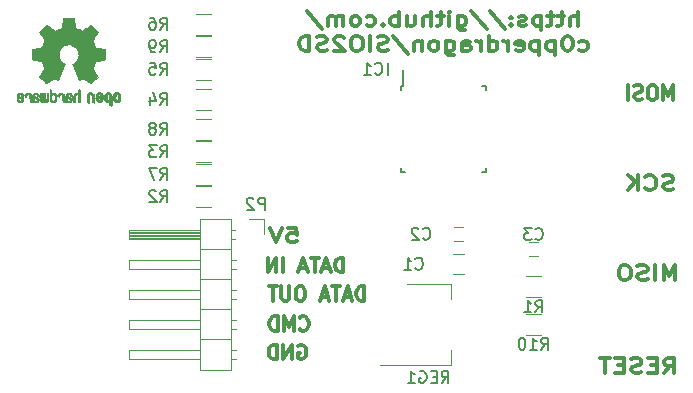
<source format=gbr>
G04 #@! TF.FileFunction,Legend,Bot*
%FSLAX46Y46*%
G04 Gerber Fmt 4.6, Leading zero omitted, Abs format (unit mm)*
G04 Created by KiCad (PCBNEW 4.0.4-stable) date 04/15/18 13:16:19*
%MOMM*%
%LPD*%
G01*
G04 APERTURE LIST*
%ADD10C,0.100000*%
%ADD11C,0.300000*%
%ADD12C,0.120000*%
%ADD13C,0.150000*%
%ADD14C,0.010000*%
G04 APERTURE END LIST*
D10*
D11*
X178997144Y-91567857D02*
X178997144Y-90367857D01*
X178354287Y-91567857D02*
X178354287Y-90939286D01*
X178425716Y-90825000D01*
X178568573Y-90767857D01*
X178782858Y-90767857D01*
X178925716Y-90825000D01*
X178997144Y-90882143D01*
X177854287Y-90767857D02*
X177282858Y-90767857D01*
X177640001Y-90367857D02*
X177640001Y-91396429D01*
X177568573Y-91510714D01*
X177425715Y-91567857D01*
X177282858Y-91567857D01*
X176997144Y-90767857D02*
X176425715Y-90767857D01*
X176782858Y-90367857D02*
X176782858Y-91396429D01*
X176711430Y-91510714D01*
X176568572Y-91567857D01*
X176425715Y-91567857D01*
X175925715Y-90767857D02*
X175925715Y-91967857D01*
X175925715Y-90825000D02*
X175782858Y-90767857D01*
X175497144Y-90767857D01*
X175354287Y-90825000D01*
X175282858Y-90882143D01*
X175211429Y-90996429D01*
X175211429Y-91339286D01*
X175282858Y-91453571D01*
X175354287Y-91510714D01*
X175497144Y-91567857D01*
X175782858Y-91567857D01*
X175925715Y-91510714D01*
X174640001Y-91510714D02*
X174497144Y-91567857D01*
X174211429Y-91567857D01*
X174068572Y-91510714D01*
X173997144Y-91396429D01*
X173997144Y-91339286D01*
X174068572Y-91225000D01*
X174211429Y-91167857D01*
X174425715Y-91167857D01*
X174568572Y-91110714D01*
X174640001Y-90996429D01*
X174640001Y-90939286D01*
X174568572Y-90825000D01*
X174425715Y-90767857D01*
X174211429Y-90767857D01*
X174068572Y-90825000D01*
X173354286Y-91453571D02*
X173282858Y-91510714D01*
X173354286Y-91567857D01*
X173425715Y-91510714D01*
X173354286Y-91453571D01*
X173354286Y-91567857D01*
X173354286Y-90825000D02*
X173282858Y-90882143D01*
X173354286Y-90939286D01*
X173425715Y-90882143D01*
X173354286Y-90825000D01*
X173354286Y-90939286D01*
X171568572Y-90310714D02*
X172854286Y-91853571D01*
X169997143Y-90310714D02*
X171282857Y-91853571D01*
X168854285Y-90767857D02*
X168854285Y-91739286D01*
X168925714Y-91853571D01*
X168997142Y-91910714D01*
X169139999Y-91967857D01*
X169354285Y-91967857D01*
X169497142Y-91910714D01*
X168854285Y-91510714D02*
X168997142Y-91567857D01*
X169282856Y-91567857D01*
X169425714Y-91510714D01*
X169497142Y-91453571D01*
X169568571Y-91339286D01*
X169568571Y-90996429D01*
X169497142Y-90882143D01*
X169425714Y-90825000D01*
X169282856Y-90767857D01*
X168997142Y-90767857D01*
X168854285Y-90825000D01*
X168139999Y-91567857D02*
X168139999Y-90767857D01*
X168139999Y-90367857D02*
X168211428Y-90425000D01*
X168139999Y-90482143D01*
X168068571Y-90425000D01*
X168139999Y-90367857D01*
X168139999Y-90482143D01*
X167639999Y-90767857D02*
X167068570Y-90767857D01*
X167425713Y-90367857D02*
X167425713Y-91396429D01*
X167354285Y-91510714D01*
X167211427Y-91567857D01*
X167068570Y-91567857D01*
X166568570Y-91567857D02*
X166568570Y-90367857D01*
X165925713Y-91567857D02*
X165925713Y-90939286D01*
X165997142Y-90825000D01*
X166139999Y-90767857D01*
X166354284Y-90767857D01*
X166497142Y-90825000D01*
X166568570Y-90882143D01*
X164568570Y-90767857D02*
X164568570Y-91567857D01*
X165211427Y-90767857D02*
X165211427Y-91396429D01*
X165139999Y-91510714D01*
X164997141Y-91567857D01*
X164782856Y-91567857D01*
X164639999Y-91510714D01*
X164568570Y-91453571D01*
X163854284Y-91567857D02*
X163854284Y-90367857D01*
X163854284Y-90825000D02*
X163711427Y-90767857D01*
X163425713Y-90767857D01*
X163282856Y-90825000D01*
X163211427Y-90882143D01*
X163139998Y-90996429D01*
X163139998Y-91339286D01*
X163211427Y-91453571D01*
X163282856Y-91510714D01*
X163425713Y-91567857D01*
X163711427Y-91567857D01*
X163854284Y-91510714D01*
X162497141Y-91453571D02*
X162425713Y-91510714D01*
X162497141Y-91567857D01*
X162568570Y-91510714D01*
X162497141Y-91453571D01*
X162497141Y-91567857D01*
X161139998Y-91510714D02*
X161282855Y-91567857D01*
X161568569Y-91567857D01*
X161711427Y-91510714D01*
X161782855Y-91453571D01*
X161854284Y-91339286D01*
X161854284Y-90996429D01*
X161782855Y-90882143D01*
X161711427Y-90825000D01*
X161568569Y-90767857D01*
X161282855Y-90767857D01*
X161139998Y-90825000D01*
X160282855Y-91567857D02*
X160425713Y-91510714D01*
X160497141Y-91453571D01*
X160568570Y-91339286D01*
X160568570Y-90996429D01*
X160497141Y-90882143D01*
X160425713Y-90825000D01*
X160282855Y-90767857D01*
X160068570Y-90767857D01*
X159925713Y-90825000D01*
X159854284Y-90882143D01*
X159782855Y-90996429D01*
X159782855Y-91339286D01*
X159854284Y-91453571D01*
X159925713Y-91510714D01*
X160068570Y-91567857D01*
X160282855Y-91567857D01*
X159139998Y-91567857D02*
X159139998Y-90767857D01*
X159139998Y-90882143D02*
X159068570Y-90825000D01*
X158925712Y-90767857D01*
X158711427Y-90767857D01*
X158568570Y-90825000D01*
X158497141Y-90939286D01*
X158497141Y-91567857D01*
X158497141Y-90939286D02*
X158425712Y-90825000D01*
X158282855Y-90767857D01*
X158068570Y-90767857D01*
X157925712Y-90825000D01*
X157854284Y-90939286D01*
X157854284Y-91567857D01*
X156068570Y-90310714D02*
X157354284Y-91853571D01*
X179139999Y-93610714D02*
X179282856Y-93667857D01*
X179568570Y-93667857D01*
X179711428Y-93610714D01*
X179782856Y-93553571D01*
X179854285Y-93439286D01*
X179854285Y-93096429D01*
X179782856Y-92982143D01*
X179711428Y-92925000D01*
X179568570Y-92867857D01*
X179282856Y-92867857D01*
X179139999Y-92925000D01*
X178211428Y-92467857D02*
X178068571Y-92467857D01*
X177925714Y-92525000D01*
X177854285Y-92582143D01*
X177782856Y-92696429D01*
X177711428Y-92925000D01*
X177711428Y-93210714D01*
X177782856Y-93439286D01*
X177854285Y-93553571D01*
X177925714Y-93610714D01*
X178068571Y-93667857D01*
X178211428Y-93667857D01*
X178354285Y-93610714D01*
X178425714Y-93553571D01*
X178497142Y-93439286D01*
X178568571Y-93210714D01*
X178568571Y-92925000D01*
X178497142Y-92696429D01*
X178425714Y-92582143D01*
X178354285Y-92525000D01*
X178211428Y-92467857D01*
X177068571Y-92867857D02*
X177068571Y-94067857D01*
X177068571Y-92925000D02*
X176925714Y-92867857D01*
X176640000Y-92867857D01*
X176497143Y-92925000D01*
X176425714Y-92982143D01*
X176354285Y-93096429D01*
X176354285Y-93439286D01*
X176425714Y-93553571D01*
X176497143Y-93610714D01*
X176640000Y-93667857D01*
X176925714Y-93667857D01*
X177068571Y-93610714D01*
X175711428Y-92867857D02*
X175711428Y-94067857D01*
X175711428Y-92925000D02*
X175568571Y-92867857D01*
X175282857Y-92867857D01*
X175140000Y-92925000D01*
X175068571Y-92982143D01*
X174997142Y-93096429D01*
X174997142Y-93439286D01*
X175068571Y-93553571D01*
X175140000Y-93610714D01*
X175282857Y-93667857D01*
X175568571Y-93667857D01*
X175711428Y-93610714D01*
X173782857Y-93610714D02*
X173925714Y-93667857D01*
X174211428Y-93667857D01*
X174354285Y-93610714D01*
X174425714Y-93496429D01*
X174425714Y-93039286D01*
X174354285Y-92925000D01*
X174211428Y-92867857D01*
X173925714Y-92867857D01*
X173782857Y-92925000D01*
X173711428Y-93039286D01*
X173711428Y-93153571D01*
X174425714Y-93267857D01*
X173068571Y-93667857D02*
X173068571Y-92867857D01*
X173068571Y-93096429D02*
X172997143Y-92982143D01*
X172925714Y-92925000D01*
X172782857Y-92867857D01*
X172640000Y-92867857D01*
X171497143Y-93667857D02*
X171497143Y-92467857D01*
X171497143Y-93610714D02*
X171640000Y-93667857D01*
X171925714Y-93667857D01*
X172068572Y-93610714D01*
X172140000Y-93553571D01*
X172211429Y-93439286D01*
X172211429Y-93096429D01*
X172140000Y-92982143D01*
X172068572Y-92925000D01*
X171925714Y-92867857D01*
X171640000Y-92867857D01*
X171497143Y-92925000D01*
X170782857Y-93667857D02*
X170782857Y-92867857D01*
X170782857Y-93096429D02*
X170711429Y-92982143D01*
X170640000Y-92925000D01*
X170497143Y-92867857D01*
X170354286Y-92867857D01*
X169211429Y-93667857D02*
X169211429Y-93039286D01*
X169282858Y-92925000D01*
X169425715Y-92867857D01*
X169711429Y-92867857D01*
X169854286Y-92925000D01*
X169211429Y-93610714D02*
X169354286Y-93667857D01*
X169711429Y-93667857D01*
X169854286Y-93610714D01*
X169925715Y-93496429D01*
X169925715Y-93382143D01*
X169854286Y-93267857D01*
X169711429Y-93210714D01*
X169354286Y-93210714D01*
X169211429Y-93153571D01*
X167854286Y-92867857D02*
X167854286Y-93839286D01*
X167925715Y-93953571D01*
X167997143Y-94010714D01*
X168140000Y-94067857D01*
X168354286Y-94067857D01*
X168497143Y-94010714D01*
X167854286Y-93610714D02*
X167997143Y-93667857D01*
X168282857Y-93667857D01*
X168425715Y-93610714D01*
X168497143Y-93553571D01*
X168568572Y-93439286D01*
X168568572Y-93096429D01*
X168497143Y-92982143D01*
X168425715Y-92925000D01*
X168282857Y-92867857D01*
X167997143Y-92867857D01*
X167854286Y-92925000D01*
X166925714Y-93667857D02*
X167068572Y-93610714D01*
X167140000Y-93553571D01*
X167211429Y-93439286D01*
X167211429Y-93096429D01*
X167140000Y-92982143D01*
X167068572Y-92925000D01*
X166925714Y-92867857D01*
X166711429Y-92867857D01*
X166568572Y-92925000D01*
X166497143Y-92982143D01*
X166425714Y-93096429D01*
X166425714Y-93439286D01*
X166497143Y-93553571D01*
X166568572Y-93610714D01*
X166711429Y-93667857D01*
X166925714Y-93667857D01*
X165782857Y-92867857D02*
X165782857Y-93667857D01*
X165782857Y-92982143D02*
X165711429Y-92925000D01*
X165568571Y-92867857D01*
X165354286Y-92867857D01*
X165211429Y-92925000D01*
X165140000Y-93039286D01*
X165140000Y-93667857D01*
X163354286Y-92410714D02*
X164640000Y-93953571D01*
X162925714Y-93610714D02*
X162711428Y-93667857D01*
X162354285Y-93667857D01*
X162211428Y-93610714D01*
X162139999Y-93553571D01*
X162068571Y-93439286D01*
X162068571Y-93325000D01*
X162139999Y-93210714D01*
X162211428Y-93153571D01*
X162354285Y-93096429D01*
X162639999Y-93039286D01*
X162782857Y-92982143D01*
X162854285Y-92925000D01*
X162925714Y-92810714D01*
X162925714Y-92696429D01*
X162854285Y-92582143D01*
X162782857Y-92525000D01*
X162639999Y-92467857D01*
X162282857Y-92467857D01*
X162068571Y-92525000D01*
X161425714Y-93667857D02*
X161425714Y-92467857D01*
X160425714Y-92467857D02*
X160140000Y-92467857D01*
X159997142Y-92525000D01*
X159854285Y-92639286D01*
X159782857Y-92867857D01*
X159782857Y-93267857D01*
X159854285Y-93496429D01*
X159997142Y-93610714D01*
X160140000Y-93667857D01*
X160425714Y-93667857D01*
X160568571Y-93610714D01*
X160711428Y-93496429D01*
X160782857Y-93267857D01*
X160782857Y-92867857D01*
X160711428Y-92639286D01*
X160568571Y-92525000D01*
X160425714Y-92467857D01*
X159211428Y-92582143D02*
X159139999Y-92525000D01*
X158997142Y-92467857D01*
X158639999Y-92467857D01*
X158497142Y-92525000D01*
X158425713Y-92582143D01*
X158354285Y-92696429D01*
X158354285Y-92810714D01*
X158425713Y-92982143D01*
X159282856Y-93667857D01*
X158354285Y-93667857D01*
X157782857Y-93610714D02*
X157568571Y-93667857D01*
X157211428Y-93667857D01*
X157068571Y-93610714D01*
X156997142Y-93553571D01*
X156925714Y-93439286D01*
X156925714Y-93325000D01*
X156997142Y-93210714D01*
X157068571Y-93153571D01*
X157211428Y-93096429D01*
X157497142Y-93039286D01*
X157640000Y-92982143D01*
X157711428Y-92925000D01*
X157782857Y-92810714D01*
X157782857Y-92696429D01*
X157711428Y-92582143D01*
X157640000Y-92525000D01*
X157497142Y-92467857D01*
X157140000Y-92467857D01*
X156925714Y-92525000D01*
X156282857Y-93667857D02*
X156282857Y-92467857D01*
X155925714Y-92467857D01*
X155711429Y-92525000D01*
X155568571Y-92639286D01*
X155497143Y-92753571D01*
X155425714Y-92982143D01*
X155425714Y-93153571D01*
X155497143Y-93382143D01*
X155568571Y-93496429D01*
X155711429Y-93610714D01*
X155925714Y-93667857D01*
X156282857Y-93667857D01*
X186328571Y-120938857D02*
X186828571Y-120367429D01*
X187185714Y-120938857D02*
X187185714Y-119738857D01*
X186614286Y-119738857D01*
X186471428Y-119796000D01*
X186400000Y-119853143D01*
X186328571Y-119967429D01*
X186328571Y-120138857D01*
X186400000Y-120253143D01*
X186471428Y-120310286D01*
X186614286Y-120367429D01*
X187185714Y-120367429D01*
X185685714Y-120310286D02*
X185185714Y-120310286D01*
X184971428Y-120938857D02*
X185685714Y-120938857D01*
X185685714Y-119738857D01*
X184971428Y-119738857D01*
X184400000Y-120881714D02*
X184185714Y-120938857D01*
X183828571Y-120938857D01*
X183685714Y-120881714D01*
X183614285Y-120824571D01*
X183542857Y-120710286D01*
X183542857Y-120596000D01*
X183614285Y-120481714D01*
X183685714Y-120424571D01*
X183828571Y-120367429D01*
X184114285Y-120310286D01*
X184257143Y-120253143D01*
X184328571Y-120196000D01*
X184400000Y-120081714D01*
X184400000Y-119967429D01*
X184328571Y-119853143D01*
X184257143Y-119796000D01*
X184114285Y-119738857D01*
X183757143Y-119738857D01*
X183542857Y-119796000D01*
X182900000Y-120310286D02*
X182400000Y-120310286D01*
X182185714Y-120938857D02*
X182900000Y-120938857D01*
X182900000Y-119738857D01*
X182185714Y-119738857D01*
X181757143Y-119738857D02*
X180900000Y-119738857D01*
X181328571Y-120938857D02*
X181328571Y-119738857D01*
X187269143Y-113064857D02*
X187269143Y-111864857D01*
X186769143Y-112722000D01*
X186269143Y-111864857D01*
X186269143Y-113064857D01*
X185554857Y-113064857D02*
X185554857Y-111864857D01*
X184912000Y-113007714D02*
X184697714Y-113064857D01*
X184340571Y-113064857D01*
X184197714Y-113007714D01*
X184126285Y-112950571D01*
X184054857Y-112836286D01*
X184054857Y-112722000D01*
X184126285Y-112607714D01*
X184197714Y-112550571D01*
X184340571Y-112493429D01*
X184626285Y-112436286D01*
X184769143Y-112379143D01*
X184840571Y-112322000D01*
X184912000Y-112207714D01*
X184912000Y-112093429D01*
X184840571Y-111979143D01*
X184769143Y-111922000D01*
X184626285Y-111864857D01*
X184269143Y-111864857D01*
X184054857Y-111922000D01*
X183126286Y-111864857D02*
X182840572Y-111864857D01*
X182697714Y-111922000D01*
X182554857Y-112036286D01*
X182483429Y-112264857D01*
X182483429Y-112664857D01*
X182554857Y-112893429D01*
X182697714Y-113007714D01*
X182840572Y-113064857D01*
X183126286Y-113064857D01*
X183269143Y-113007714D01*
X183412000Y-112893429D01*
X183483429Y-112664857D01*
X183483429Y-112264857D01*
X183412000Y-112036286D01*
X183269143Y-111922000D01*
X183126286Y-111864857D01*
X187094571Y-105387714D02*
X186880285Y-105444857D01*
X186523142Y-105444857D01*
X186380285Y-105387714D01*
X186308856Y-105330571D01*
X186237428Y-105216286D01*
X186237428Y-105102000D01*
X186308856Y-104987714D01*
X186380285Y-104930571D01*
X186523142Y-104873429D01*
X186808856Y-104816286D01*
X186951714Y-104759143D01*
X187023142Y-104702000D01*
X187094571Y-104587714D01*
X187094571Y-104473429D01*
X187023142Y-104359143D01*
X186951714Y-104302000D01*
X186808856Y-104244857D01*
X186451714Y-104244857D01*
X186237428Y-104302000D01*
X184737428Y-105330571D02*
X184808857Y-105387714D01*
X185023143Y-105444857D01*
X185166000Y-105444857D01*
X185380285Y-105387714D01*
X185523143Y-105273429D01*
X185594571Y-105159143D01*
X185666000Y-104930571D01*
X185666000Y-104759143D01*
X185594571Y-104530571D01*
X185523143Y-104416286D01*
X185380285Y-104302000D01*
X185166000Y-104244857D01*
X185023143Y-104244857D01*
X184808857Y-104302000D01*
X184737428Y-104359143D01*
X184094571Y-105444857D02*
X184094571Y-104244857D01*
X183237428Y-105444857D02*
X183880285Y-104759143D01*
X183237428Y-104244857D02*
X184094571Y-104930571D01*
X187051715Y-97824857D02*
X187051715Y-96624857D01*
X186651715Y-97482000D01*
X186251715Y-96624857D01*
X186251715Y-97824857D01*
X185451714Y-96624857D02*
X185223143Y-96624857D01*
X185108857Y-96682000D01*
X184994571Y-96796286D01*
X184937429Y-97024857D01*
X184937429Y-97424857D01*
X184994571Y-97653429D01*
X185108857Y-97767714D01*
X185223143Y-97824857D01*
X185451714Y-97824857D01*
X185566000Y-97767714D01*
X185680286Y-97653429D01*
X185737429Y-97424857D01*
X185737429Y-97024857D01*
X185680286Y-96796286D01*
X185566000Y-96682000D01*
X185451714Y-96624857D01*
X184480286Y-97767714D02*
X184308857Y-97824857D01*
X184023143Y-97824857D01*
X183908857Y-97767714D01*
X183851714Y-97710571D01*
X183794571Y-97596286D01*
X183794571Y-97482000D01*
X183851714Y-97367714D01*
X183908857Y-97310571D01*
X184023143Y-97253429D01*
X184251714Y-97196286D01*
X184366000Y-97139143D01*
X184423143Y-97082000D01*
X184480286Y-96967714D01*
X184480286Y-96853429D01*
X184423143Y-96739143D01*
X184366000Y-96682000D01*
X184251714Y-96624857D01*
X183966000Y-96624857D01*
X183794571Y-96682000D01*
X183280286Y-97824857D02*
X183280286Y-96624857D01*
X155346285Y-118653000D02*
X155460571Y-118595857D01*
X155632000Y-118595857D01*
X155803428Y-118653000D01*
X155917714Y-118767286D01*
X155974857Y-118881571D01*
X156032000Y-119110143D01*
X156032000Y-119281571D01*
X155974857Y-119510143D01*
X155917714Y-119624429D01*
X155803428Y-119738714D01*
X155632000Y-119795857D01*
X155517714Y-119795857D01*
X155346285Y-119738714D01*
X155289142Y-119681571D01*
X155289142Y-119281571D01*
X155517714Y-119281571D01*
X154774857Y-119795857D02*
X154774857Y-118595857D01*
X154089142Y-119795857D01*
X154089142Y-118595857D01*
X153517714Y-119795857D02*
X153517714Y-118595857D01*
X153231999Y-118595857D01*
X153060571Y-118653000D01*
X152946285Y-118767286D01*
X152889142Y-118881571D01*
X152831999Y-119110143D01*
X152831999Y-119281571D01*
X152889142Y-119510143D01*
X152946285Y-119624429D01*
X153060571Y-119738714D01*
X153231999Y-119795857D01*
X153517714Y-119795857D01*
X155473285Y-117268571D02*
X155530428Y-117325714D01*
X155701857Y-117382857D01*
X155816143Y-117382857D01*
X155987571Y-117325714D01*
X156101857Y-117211429D01*
X156159000Y-117097143D01*
X156216143Y-116868571D01*
X156216143Y-116697143D01*
X156159000Y-116468571D01*
X156101857Y-116354286D01*
X155987571Y-116240000D01*
X155816143Y-116182857D01*
X155701857Y-116182857D01*
X155530428Y-116240000D01*
X155473285Y-116297143D01*
X154959000Y-117382857D02*
X154959000Y-116182857D01*
X154559000Y-117040000D01*
X154159000Y-116182857D01*
X154159000Y-117382857D01*
X153587571Y-117382857D02*
X153587571Y-116182857D01*
X153301856Y-116182857D01*
X153130428Y-116240000D01*
X153016142Y-116354286D01*
X152958999Y-116468571D01*
X152901856Y-116697143D01*
X152901856Y-116868571D01*
X152958999Y-117097143D01*
X153016142Y-117211429D01*
X153130428Y-117325714D01*
X153301856Y-117382857D01*
X153587571Y-117382857D01*
X160943429Y-114842857D02*
X160943429Y-113642857D01*
X160657714Y-113642857D01*
X160486286Y-113700000D01*
X160372000Y-113814286D01*
X160314857Y-113928571D01*
X160257714Y-114157143D01*
X160257714Y-114328571D01*
X160314857Y-114557143D01*
X160372000Y-114671429D01*
X160486286Y-114785714D01*
X160657714Y-114842857D01*
X160943429Y-114842857D01*
X159800572Y-114500000D02*
X159229143Y-114500000D01*
X159914857Y-114842857D02*
X159514857Y-113642857D01*
X159114857Y-114842857D01*
X158886286Y-113642857D02*
X158200572Y-113642857D01*
X158543429Y-114842857D02*
X158543429Y-113642857D01*
X157857715Y-114500000D02*
X157286286Y-114500000D01*
X157972000Y-114842857D02*
X157572000Y-113642857D01*
X157172000Y-114842857D01*
X155629143Y-113642857D02*
X155400572Y-113642857D01*
X155286286Y-113700000D01*
X155172000Y-113814286D01*
X155114858Y-114042857D01*
X155114858Y-114442857D01*
X155172000Y-114671429D01*
X155286286Y-114785714D01*
X155400572Y-114842857D01*
X155629143Y-114842857D01*
X155743429Y-114785714D01*
X155857715Y-114671429D01*
X155914858Y-114442857D01*
X155914858Y-114042857D01*
X155857715Y-113814286D01*
X155743429Y-113700000D01*
X155629143Y-113642857D01*
X154600572Y-113642857D02*
X154600572Y-114614286D01*
X154543429Y-114728571D01*
X154486286Y-114785714D01*
X154372000Y-114842857D01*
X154143429Y-114842857D01*
X154029143Y-114785714D01*
X153972000Y-114728571D01*
X153914857Y-114614286D01*
X153914857Y-113642857D01*
X153514857Y-113642857D02*
X152829143Y-113642857D01*
X153172000Y-114842857D02*
X153172000Y-113642857D01*
X159127429Y-112429857D02*
X159127429Y-111229857D01*
X158841714Y-111229857D01*
X158670286Y-111287000D01*
X158556000Y-111401286D01*
X158498857Y-111515571D01*
X158441714Y-111744143D01*
X158441714Y-111915571D01*
X158498857Y-112144143D01*
X158556000Y-112258429D01*
X158670286Y-112372714D01*
X158841714Y-112429857D01*
X159127429Y-112429857D01*
X157984572Y-112087000D02*
X157413143Y-112087000D01*
X158098857Y-112429857D02*
X157698857Y-111229857D01*
X157298857Y-112429857D01*
X157070286Y-111229857D02*
X156384572Y-111229857D01*
X156727429Y-112429857D02*
X156727429Y-111229857D01*
X156041715Y-112087000D02*
X155470286Y-112087000D01*
X156156000Y-112429857D02*
X155756000Y-111229857D01*
X155356000Y-112429857D01*
X154041715Y-112429857D02*
X154041715Y-111229857D01*
X153470286Y-112429857D02*
X153470286Y-111229857D01*
X152784571Y-112429857D01*
X152784571Y-111229857D01*
X154463713Y-108689857D02*
X155177999Y-108689857D01*
X155249428Y-109261286D01*
X155177999Y-109204143D01*
X155035142Y-109147000D01*
X154677999Y-109147000D01*
X154535142Y-109204143D01*
X154463713Y-109261286D01*
X154392285Y-109375571D01*
X154392285Y-109661286D01*
X154463713Y-109775571D01*
X154535142Y-109832714D01*
X154677999Y-109889857D01*
X155035142Y-109889857D01*
X155177999Y-109832714D01*
X155249428Y-109775571D01*
X153963714Y-108689857D02*
X153463714Y-109889857D01*
X152963714Y-108689857D01*
D12*
X168410000Y-110910000D02*
X169410000Y-110910000D01*
X169410000Y-112610000D02*
X168410000Y-112610000D01*
X169260000Y-108620000D02*
X168560000Y-108620000D01*
X168560000Y-109820000D02*
X169260000Y-109820000D01*
D13*
X164015000Y-96705000D02*
X164240000Y-96705000D01*
X164015000Y-103955000D02*
X164340000Y-103955000D01*
X171265000Y-103955000D02*
X170940000Y-103955000D01*
X171265000Y-96705000D02*
X170940000Y-96705000D01*
X164015000Y-96705000D02*
X164015000Y-97030000D01*
X171265000Y-96705000D02*
X171265000Y-97030000D01*
X171265000Y-103955000D02*
X171265000Y-103630000D01*
X164015000Y-103955000D02*
X164015000Y-103630000D01*
X164240000Y-96705000D02*
X164240000Y-95280000D01*
D12*
X149690000Y-107890000D02*
X149690000Y-120710000D01*
X149690000Y-120710000D02*
X147030000Y-120710000D01*
X147030000Y-120710000D02*
X147030000Y-107890000D01*
X147030000Y-107890000D02*
X149690000Y-107890000D01*
X147030000Y-108840000D02*
X141030000Y-108840000D01*
X141030000Y-108840000D02*
X141030000Y-109600000D01*
X141030000Y-109600000D02*
X147030000Y-109600000D01*
X147030000Y-108900000D02*
X141030000Y-108900000D01*
X147030000Y-109020000D02*
X141030000Y-109020000D01*
X147030000Y-109140000D02*
X141030000Y-109140000D01*
X147030000Y-109260000D02*
X141030000Y-109260000D01*
X147030000Y-109380000D02*
X141030000Y-109380000D01*
X147030000Y-109500000D02*
X141030000Y-109500000D01*
X150020000Y-108840000D02*
X149690000Y-108840000D01*
X150020000Y-109600000D02*
X149690000Y-109600000D01*
X149690000Y-110490000D02*
X147030000Y-110490000D01*
X147030000Y-111380000D02*
X141030000Y-111380000D01*
X141030000Y-111380000D02*
X141030000Y-112140000D01*
X141030000Y-112140000D02*
X147030000Y-112140000D01*
X150087071Y-111380000D02*
X149690000Y-111380000D01*
X150087071Y-112140000D02*
X149690000Y-112140000D01*
X149690000Y-113030000D02*
X147030000Y-113030000D01*
X147030000Y-113920000D02*
X141030000Y-113920000D01*
X141030000Y-113920000D02*
X141030000Y-114680000D01*
X141030000Y-114680000D02*
X147030000Y-114680000D01*
X150087071Y-113920000D02*
X149690000Y-113920000D01*
X150087071Y-114680000D02*
X149690000Y-114680000D01*
X149690000Y-115570000D02*
X147030000Y-115570000D01*
X147030000Y-116460000D02*
X141030000Y-116460000D01*
X141030000Y-116460000D02*
X141030000Y-117220000D01*
X141030000Y-117220000D02*
X147030000Y-117220000D01*
X150087071Y-116460000D02*
X149690000Y-116460000D01*
X150087071Y-117220000D02*
X149690000Y-117220000D01*
X149690000Y-118110000D02*
X147030000Y-118110000D01*
X147030000Y-119000000D02*
X141030000Y-119000000D01*
X141030000Y-119000000D02*
X141030000Y-119760000D01*
X141030000Y-119760000D02*
X147030000Y-119760000D01*
X150087071Y-119000000D02*
X149690000Y-119000000D01*
X150087071Y-119760000D02*
X149690000Y-119760000D01*
X152400000Y-109220000D02*
X152400000Y-107950000D01*
X152400000Y-107950000D02*
X151130000Y-107950000D01*
X175860000Y-112785000D02*
X174660000Y-112785000D01*
X174660000Y-114545000D02*
X175860000Y-114545000D01*
X147920000Y-105165000D02*
X146720000Y-105165000D01*
X146720000Y-106925000D02*
X147920000Y-106925000D01*
X147920000Y-101355000D02*
X146720000Y-101355000D01*
X146720000Y-103115000D02*
X147920000Y-103115000D01*
X147920000Y-96910000D02*
X146720000Y-96910000D01*
X146720000Y-98670000D02*
X147920000Y-98670000D01*
X147920000Y-94370000D02*
X146720000Y-94370000D01*
X146720000Y-96130000D02*
X147920000Y-96130000D01*
X147920000Y-90560000D02*
X146720000Y-90560000D01*
X146720000Y-92320000D02*
X147920000Y-92320000D01*
X147920000Y-103260000D02*
X146720000Y-103260000D01*
X146720000Y-105020000D02*
X147920000Y-105020000D01*
X147920000Y-99450000D02*
X146720000Y-99450000D01*
X146720000Y-101210000D02*
X147920000Y-101210000D01*
X147920000Y-92465000D02*
X146720000Y-92465000D01*
X146720000Y-94225000D02*
X147920000Y-94225000D01*
X168280000Y-113430000D02*
X168280000Y-114690000D01*
X168280000Y-120250000D02*
X168280000Y-118990000D01*
X164520000Y-113430000D02*
X168280000Y-113430000D01*
X162270000Y-120250000D02*
X168280000Y-120250000D01*
X175860000Y-115960000D02*
X174660000Y-115960000D01*
X174660000Y-117720000D02*
X175860000Y-117720000D01*
X175610000Y-109890000D02*
X174910000Y-109890000D01*
X174910000Y-111090000D02*
X175610000Y-111090000D01*
D14*
G36*
X139121114Y-97199505D02*
X139046461Y-97236727D01*
X138980569Y-97305261D01*
X138962423Y-97330648D01*
X138942655Y-97363866D01*
X138929828Y-97399945D01*
X138922490Y-97448098D01*
X138919187Y-97517536D01*
X138918462Y-97609206D01*
X138921737Y-97734830D01*
X138933123Y-97829154D01*
X138954959Y-97899523D01*
X138989581Y-97953286D01*
X139039330Y-97997788D01*
X139042986Y-98000423D01*
X139092015Y-98027377D01*
X139151055Y-98040712D01*
X139226141Y-98044000D01*
X139348205Y-98044000D01*
X139348256Y-98162497D01*
X139349392Y-98228492D01*
X139356314Y-98267202D01*
X139374402Y-98290419D01*
X139409038Y-98309933D01*
X139417355Y-98313920D01*
X139456280Y-98332603D01*
X139486417Y-98344403D01*
X139508826Y-98345422D01*
X139524567Y-98331761D01*
X139534698Y-98299522D01*
X139540277Y-98244804D01*
X139542365Y-98163711D01*
X139542019Y-98052344D01*
X139540300Y-97906802D01*
X139539763Y-97863269D01*
X139537828Y-97713205D01*
X139536096Y-97615042D01*
X139348308Y-97615042D01*
X139347252Y-97698364D01*
X139342562Y-97752880D01*
X139331949Y-97788837D01*
X139313128Y-97816482D01*
X139300350Y-97829965D01*
X139248110Y-97869417D01*
X139201858Y-97872628D01*
X139154133Y-97840049D01*
X139152923Y-97838846D01*
X139133506Y-97813668D01*
X139121693Y-97779447D01*
X139115735Y-97726748D01*
X139113880Y-97646131D01*
X139113846Y-97628271D01*
X139118330Y-97517175D01*
X139132926Y-97440161D01*
X139159350Y-97393147D01*
X139199317Y-97372050D01*
X139222416Y-97369923D01*
X139277238Y-97379900D01*
X139314842Y-97412752D01*
X139337477Y-97472857D01*
X139347394Y-97564598D01*
X139348308Y-97615042D01*
X139536096Y-97615042D01*
X139535778Y-97597060D01*
X139533127Y-97509679D01*
X139529394Y-97445905D01*
X139524093Y-97400582D01*
X139516742Y-97368555D01*
X139506857Y-97344668D01*
X139493954Y-97323764D01*
X139488421Y-97315898D01*
X139415031Y-97241595D01*
X139322240Y-97199467D01*
X139214904Y-97187722D01*
X139121114Y-97199505D01*
X139121114Y-97199505D01*
G37*
X139121114Y-97199505D02*
X139046461Y-97236727D01*
X138980569Y-97305261D01*
X138962423Y-97330648D01*
X138942655Y-97363866D01*
X138929828Y-97399945D01*
X138922490Y-97448098D01*
X138919187Y-97517536D01*
X138918462Y-97609206D01*
X138921737Y-97734830D01*
X138933123Y-97829154D01*
X138954959Y-97899523D01*
X138989581Y-97953286D01*
X139039330Y-97997788D01*
X139042986Y-98000423D01*
X139092015Y-98027377D01*
X139151055Y-98040712D01*
X139226141Y-98044000D01*
X139348205Y-98044000D01*
X139348256Y-98162497D01*
X139349392Y-98228492D01*
X139356314Y-98267202D01*
X139374402Y-98290419D01*
X139409038Y-98309933D01*
X139417355Y-98313920D01*
X139456280Y-98332603D01*
X139486417Y-98344403D01*
X139508826Y-98345422D01*
X139524567Y-98331761D01*
X139534698Y-98299522D01*
X139540277Y-98244804D01*
X139542365Y-98163711D01*
X139542019Y-98052344D01*
X139540300Y-97906802D01*
X139539763Y-97863269D01*
X139537828Y-97713205D01*
X139536096Y-97615042D01*
X139348308Y-97615042D01*
X139347252Y-97698364D01*
X139342562Y-97752880D01*
X139331949Y-97788837D01*
X139313128Y-97816482D01*
X139300350Y-97829965D01*
X139248110Y-97869417D01*
X139201858Y-97872628D01*
X139154133Y-97840049D01*
X139152923Y-97838846D01*
X139133506Y-97813668D01*
X139121693Y-97779447D01*
X139115735Y-97726748D01*
X139113880Y-97646131D01*
X139113846Y-97628271D01*
X139118330Y-97517175D01*
X139132926Y-97440161D01*
X139159350Y-97393147D01*
X139199317Y-97372050D01*
X139222416Y-97369923D01*
X139277238Y-97379900D01*
X139314842Y-97412752D01*
X139337477Y-97472857D01*
X139347394Y-97564598D01*
X139348308Y-97615042D01*
X139536096Y-97615042D01*
X139535778Y-97597060D01*
X139533127Y-97509679D01*
X139529394Y-97445905D01*
X139524093Y-97400582D01*
X139516742Y-97368555D01*
X139506857Y-97344668D01*
X139493954Y-97323764D01*
X139488421Y-97315898D01*
X139415031Y-97241595D01*
X139322240Y-97199467D01*
X139214904Y-97187722D01*
X139121114Y-97199505D01*
G36*
X137618336Y-97210089D02*
X137555633Y-97246358D01*
X137512039Y-97282358D01*
X137480155Y-97320075D01*
X137458190Y-97366199D01*
X137444351Y-97427421D01*
X137436847Y-97510431D01*
X137433883Y-97621919D01*
X137433539Y-97702062D01*
X137433539Y-97997065D01*
X137599615Y-98071515D01*
X137609385Y-97748402D01*
X137613421Y-97627729D01*
X137617656Y-97540141D01*
X137622903Y-97479650D01*
X137629975Y-97440268D01*
X137639689Y-97416007D01*
X137652856Y-97400880D01*
X137657081Y-97397606D01*
X137721091Y-97372034D01*
X137785792Y-97382153D01*
X137824308Y-97409000D01*
X137839975Y-97428024D01*
X137850820Y-97452988D01*
X137857712Y-97490834D01*
X137861521Y-97548502D01*
X137863117Y-97632935D01*
X137863385Y-97720928D01*
X137863437Y-97831323D01*
X137865328Y-97909463D01*
X137871655Y-97962165D01*
X137885017Y-97996242D01*
X137908015Y-98018511D01*
X137943246Y-98035787D01*
X137990303Y-98053738D01*
X138041697Y-98073278D01*
X138035579Y-97726485D01*
X138033116Y-97601468D01*
X138030233Y-97509082D01*
X138026102Y-97442881D01*
X138019893Y-97396420D01*
X138010774Y-97363256D01*
X137997917Y-97336944D01*
X137982416Y-97313729D01*
X137907629Y-97239569D01*
X137816372Y-97196684D01*
X137717117Y-97186412D01*
X137618336Y-97210089D01*
X137618336Y-97210089D01*
G37*
X137618336Y-97210089D02*
X137555633Y-97246358D01*
X137512039Y-97282358D01*
X137480155Y-97320075D01*
X137458190Y-97366199D01*
X137444351Y-97427421D01*
X137436847Y-97510431D01*
X137433883Y-97621919D01*
X137433539Y-97702062D01*
X137433539Y-97997065D01*
X137599615Y-98071515D01*
X137609385Y-97748402D01*
X137613421Y-97627729D01*
X137617656Y-97540141D01*
X137622903Y-97479650D01*
X137629975Y-97440268D01*
X137639689Y-97416007D01*
X137652856Y-97400880D01*
X137657081Y-97397606D01*
X137721091Y-97372034D01*
X137785792Y-97382153D01*
X137824308Y-97409000D01*
X137839975Y-97428024D01*
X137850820Y-97452988D01*
X137857712Y-97490834D01*
X137861521Y-97548502D01*
X137863117Y-97632935D01*
X137863385Y-97720928D01*
X137863437Y-97831323D01*
X137865328Y-97909463D01*
X137871655Y-97962165D01*
X137885017Y-97996242D01*
X137908015Y-98018511D01*
X137943246Y-98035787D01*
X137990303Y-98053738D01*
X138041697Y-98073278D01*
X138035579Y-97726485D01*
X138033116Y-97601468D01*
X138030233Y-97509082D01*
X138026102Y-97442881D01*
X138019893Y-97396420D01*
X138010774Y-97363256D01*
X137997917Y-97336944D01*
X137982416Y-97313729D01*
X137907629Y-97239569D01*
X137816372Y-97196684D01*
X137717117Y-97186412D01*
X137618336Y-97210089D01*
G36*
X139873114Y-97202256D02*
X139781536Y-97250409D01*
X139713951Y-97327905D01*
X139689943Y-97377727D01*
X139671262Y-97452533D01*
X139661699Y-97547052D01*
X139660792Y-97650210D01*
X139668079Y-97750935D01*
X139683097Y-97838153D01*
X139705385Y-97900791D01*
X139712235Y-97911579D01*
X139793368Y-97992105D01*
X139889734Y-98040336D01*
X139994299Y-98054450D01*
X140100032Y-98032629D01*
X140129457Y-98019547D01*
X140186759Y-97979231D01*
X140237050Y-97925775D01*
X140241803Y-97918995D01*
X140261122Y-97886321D01*
X140273892Y-97851394D01*
X140281436Y-97805414D01*
X140285076Y-97739584D01*
X140286135Y-97645105D01*
X140286154Y-97623923D01*
X140286106Y-97617182D01*
X140090769Y-97617182D01*
X140089632Y-97706349D01*
X140085159Y-97765520D01*
X140075754Y-97803741D01*
X140059824Y-97830053D01*
X140051692Y-97838846D01*
X140004942Y-97872261D01*
X139959553Y-97870737D01*
X139913660Y-97841752D01*
X139886288Y-97810809D01*
X139870077Y-97765643D01*
X139860974Y-97694420D01*
X139860349Y-97686114D01*
X139858796Y-97557037D01*
X139875035Y-97461172D01*
X139908848Y-97399107D01*
X139960016Y-97371432D01*
X139978280Y-97369923D01*
X140026240Y-97377513D01*
X140059047Y-97403808D01*
X140079105Y-97454095D01*
X140088822Y-97533664D01*
X140090769Y-97617182D01*
X140286106Y-97617182D01*
X140285426Y-97523249D01*
X140282371Y-97452906D01*
X140275678Y-97404163D01*
X140264040Y-97368288D01*
X140246147Y-97336548D01*
X140242192Y-97330648D01*
X140175733Y-97251104D01*
X140103315Y-97204929D01*
X140015151Y-97186599D01*
X139985213Y-97185703D01*
X139873114Y-97202256D01*
X139873114Y-97202256D01*
G37*
X139873114Y-97202256D02*
X139781536Y-97250409D01*
X139713951Y-97327905D01*
X139689943Y-97377727D01*
X139671262Y-97452533D01*
X139661699Y-97547052D01*
X139660792Y-97650210D01*
X139668079Y-97750935D01*
X139683097Y-97838153D01*
X139705385Y-97900791D01*
X139712235Y-97911579D01*
X139793368Y-97992105D01*
X139889734Y-98040336D01*
X139994299Y-98054450D01*
X140100032Y-98032629D01*
X140129457Y-98019547D01*
X140186759Y-97979231D01*
X140237050Y-97925775D01*
X140241803Y-97918995D01*
X140261122Y-97886321D01*
X140273892Y-97851394D01*
X140281436Y-97805414D01*
X140285076Y-97739584D01*
X140286135Y-97645105D01*
X140286154Y-97623923D01*
X140286106Y-97617182D01*
X140090769Y-97617182D01*
X140089632Y-97706349D01*
X140085159Y-97765520D01*
X140075754Y-97803741D01*
X140059824Y-97830053D01*
X140051692Y-97838846D01*
X140004942Y-97872261D01*
X139959553Y-97870737D01*
X139913660Y-97841752D01*
X139886288Y-97810809D01*
X139870077Y-97765643D01*
X139860974Y-97694420D01*
X139860349Y-97686114D01*
X139858796Y-97557037D01*
X139875035Y-97461172D01*
X139908848Y-97399107D01*
X139960016Y-97371432D01*
X139978280Y-97369923D01*
X140026240Y-97377513D01*
X140059047Y-97403808D01*
X140079105Y-97454095D01*
X140088822Y-97533664D01*
X140090769Y-97617182D01*
X140286106Y-97617182D01*
X140285426Y-97523249D01*
X140282371Y-97452906D01*
X140275678Y-97404163D01*
X140264040Y-97368288D01*
X140246147Y-97336548D01*
X140242192Y-97330648D01*
X140175733Y-97251104D01*
X140103315Y-97204929D01*
X140015151Y-97186599D01*
X139985213Y-97185703D01*
X139873114Y-97202256D01*
G36*
X138355746Y-97214745D02*
X138278714Y-97266567D01*
X138219184Y-97341412D01*
X138183622Y-97436654D01*
X138176429Y-97506756D01*
X138177246Y-97536009D01*
X138184086Y-97558407D01*
X138202888Y-97578474D01*
X138239592Y-97600733D01*
X138300138Y-97629709D01*
X138390466Y-97669927D01*
X138390923Y-97670129D01*
X138474067Y-97708210D01*
X138542247Y-97742025D01*
X138588495Y-97767933D01*
X138605842Y-97782295D01*
X138605846Y-97782411D01*
X138590557Y-97813685D01*
X138554804Y-97848157D01*
X138513758Y-97872990D01*
X138492963Y-97877923D01*
X138436230Y-97860862D01*
X138387373Y-97818133D01*
X138363535Y-97771155D01*
X138340603Y-97736522D01*
X138295682Y-97697081D01*
X138242877Y-97663009D01*
X138196290Y-97644480D01*
X138186548Y-97643462D01*
X138175582Y-97660215D01*
X138174921Y-97703039D01*
X138182980Y-97760781D01*
X138198173Y-97822289D01*
X138218914Y-97876409D01*
X138219962Y-97878510D01*
X138282379Y-97965660D01*
X138363274Y-98024939D01*
X138455144Y-98054034D01*
X138550487Y-98050634D01*
X138641802Y-98012428D01*
X138645862Y-98009741D01*
X138717694Y-97944642D01*
X138764927Y-97859705D01*
X138791066Y-97748021D01*
X138794574Y-97716643D01*
X138800787Y-97568536D01*
X138793339Y-97499468D01*
X138605846Y-97499468D01*
X138603410Y-97542552D01*
X138590086Y-97555126D01*
X138556868Y-97545719D01*
X138504506Y-97523483D01*
X138445976Y-97495610D01*
X138444521Y-97494872D01*
X138394911Y-97468777D01*
X138375000Y-97451363D01*
X138379910Y-97433107D01*
X138400584Y-97409120D01*
X138453181Y-97374406D01*
X138509823Y-97371856D01*
X138560631Y-97397119D01*
X138595724Y-97445847D01*
X138605846Y-97499468D01*
X138793339Y-97499468D01*
X138788008Y-97450036D01*
X138755222Y-97356055D01*
X138709579Y-97290215D01*
X138627198Y-97223681D01*
X138536454Y-97190676D01*
X138443815Y-97188573D01*
X138355746Y-97214745D01*
X138355746Y-97214745D01*
G37*
X138355746Y-97214745D02*
X138278714Y-97266567D01*
X138219184Y-97341412D01*
X138183622Y-97436654D01*
X138176429Y-97506756D01*
X138177246Y-97536009D01*
X138184086Y-97558407D01*
X138202888Y-97578474D01*
X138239592Y-97600733D01*
X138300138Y-97629709D01*
X138390466Y-97669927D01*
X138390923Y-97670129D01*
X138474067Y-97708210D01*
X138542247Y-97742025D01*
X138588495Y-97767933D01*
X138605842Y-97782295D01*
X138605846Y-97782411D01*
X138590557Y-97813685D01*
X138554804Y-97848157D01*
X138513758Y-97872990D01*
X138492963Y-97877923D01*
X138436230Y-97860862D01*
X138387373Y-97818133D01*
X138363535Y-97771155D01*
X138340603Y-97736522D01*
X138295682Y-97697081D01*
X138242877Y-97663009D01*
X138196290Y-97644480D01*
X138186548Y-97643462D01*
X138175582Y-97660215D01*
X138174921Y-97703039D01*
X138182980Y-97760781D01*
X138198173Y-97822289D01*
X138218914Y-97876409D01*
X138219962Y-97878510D01*
X138282379Y-97965660D01*
X138363274Y-98024939D01*
X138455144Y-98054034D01*
X138550487Y-98050634D01*
X138641802Y-98012428D01*
X138645862Y-98009741D01*
X138717694Y-97944642D01*
X138764927Y-97859705D01*
X138791066Y-97748021D01*
X138794574Y-97716643D01*
X138800787Y-97568536D01*
X138793339Y-97499468D01*
X138605846Y-97499468D01*
X138603410Y-97542552D01*
X138590086Y-97555126D01*
X138556868Y-97545719D01*
X138504506Y-97523483D01*
X138445976Y-97495610D01*
X138444521Y-97494872D01*
X138394911Y-97468777D01*
X138375000Y-97451363D01*
X138379910Y-97433107D01*
X138400584Y-97409120D01*
X138453181Y-97374406D01*
X138509823Y-97371856D01*
X138560631Y-97397119D01*
X138595724Y-97445847D01*
X138605846Y-97499468D01*
X138793339Y-97499468D01*
X138788008Y-97450036D01*
X138755222Y-97356055D01*
X138709579Y-97290215D01*
X138627198Y-97223681D01*
X138536454Y-97190676D01*
X138443815Y-97188573D01*
X138355746Y-97214745D01*
G36*
X136730154Y-97107120D02*
X136724428Y-97186980D01*
X136717851Y-97234039D01*
X136708738Y-97254566D01*
X136695402Y-97254829D01*
X136691077Y-97252378D01*
X136633556Y-97234636D01*
X136558732Y-97235672D01*
X136482661Y-97253910D01*
X136435082Y-97277505D01*
X136386298Y-97315198D01*
X136350636Y-97357855D01*
X136326155Y-97412057D01*
X136310913Y-97484384D01*
X136302970Y-97581419D01*
X136300384Y-97709742D01*
X136300338Y-97734358D01*
X136300308Y-98010870D01*
X136361839Y-98032320D01*
X136405541Y-98046912D01*
X136429518Y-98053706D01*
X136430223Y-98053769D01*
X136432585Y-98035345D01*
X136434594Y-97984526D01*
X136436099Y-97907993D01*
X136436947Y-97812430D01*
X136437077Y-97754329D01*
X136437349Y-97639771D01*
X136438748Y-97557667D01*
X136442151Y-97501393D01*
X136448433Y-97464326D01*
X136458471Y-97439844D01*
X136473139Y-97421325D01*
X136482298Y-97412406D01*
X136545211Y-97376466D01*
X136613864Y-97373775D01*
X136676152Y-97404170D01*
X136687671Y-97415144D01*
X136704567Y-97435779D01*
X136716286Y-97460256D01*
X136723767Y-97495647D01*
X136727946Y-97549026D01*
X136729763Y-97627466D01*
X136730154Y-97735617D01*
X136730154Y-98010870D01*
X136791685Y-98032320D01*
X136835387Y-98046912D01*
X136859364Y-98053706D01*
X136860070Y-98053769D01*
X136861874Y-98035069D01*
X136863500Y-97982322D01*
X136864883Y-97900557D01*
X136865958Y-97794805D01*
X136866660Y-97670094D01*
X136866923Y-97531455D01*
X136866923Y-96996806D01*
X136739923Y-96943236D01*
X136730154Y-97107120D01*
X136730154Y-97107120D01*
G37*
X136730154Y-97107120D02*
X136724428Y-97186980D01*
X136717851Y-97234039D01*
X136708738Y-97254566D01*
X136695402Y-97254829D01*
X136691077Y-97252378D01*
X136633556Y-97234636D01*
X136558732Y-97235672D01*
X136482661Y-97253910D01*
X136435082Y-97277505D01*
X136386298Y-97315198D01*
X136350636Y-97357855D01*
X136326155Y-97412057D01*
X136310913Y-97484384D01*
X136302970Y-97581419D01*
X136300384Y-97709742D01*
X136300338Y-97734358D01*
X136300308Y-98010870D01*
X136361839Y-98032320D01*
X136405541Y-98046912D01*
X136429518Y-98053706D01*
X136430223Y-98053769D01*
X136432585Y-98035345D01*
X136434594Y-97984526D01*
X136436099Y-97907993D01*
X136436947Y-97812430D01*
X136437077Y-97754329D01*
X136437349Y-97639771D01*
X136438748Y-97557667D01*
X136442151Y-97501393D01*
X136448433Y-97464326D01*
X136458471Y-97439844D01*
X136473139Y-97421325D01*
X136482298Y-97412406D01*
X136545211Y-97376466D01*
X136613864Y-97373775D01*
X136676152Y-97404170D01*
X136687671Y-97415144D01*
X136704567Y-97435779D01*
X136716286Y-97460256D01*
X136723767Y-97495647D01*
X136727946Y-97549026D01*
X136729763Y-97627466D01*
X136730154Y-97735617D01*
X136730154Y-98010870D01*
X136791685Y-98032320D01*
X136835387Y-98046912D01*
X136859364Y-98053706D01*
X136860070Y-98053769D01*
X136861874Y-98035069D01*
X136863500Y-97982322D01*
X136864883Y-97900557D01*
X136865958Y-97794805D01*
X136866660Y-97670094D01*
X136866923Y-97531455D01*
X136866923Y-96996806D01*
X136739923Y-96943236D01*
X136730154Y-97107120D01*
G36*
X135836499Y-97241303D02*
X135759940Y-97269733D01*
X135759064Y-97270279D01*
X135711715Y-97305127D01*
X135676759Y-97345852D01*
X135652175Y-97398925D01*
X135635938Y-97470814D01*
X135626025Y-97567992D01*
X135620414Y-97696928D01*
X135619923Y-97715298D01*
X135612859Y-97992287D01*
X135672305Y-98023028D01*
X135715319Y-98043802D01*
X135741290Y-98053646D01*
X135742491Y-98053769D01*
X135746986Y-98035606D01*
X135750556Y-97986612D01*
X135752752Y-97915031D01*
X135753231Y-97857068D01*
X135753242Y-97763170D01*
X135757534Y-97704203D01*
X135772497Y-97676079D01*
X135804518Y-97674706D01*
X135859986Y-97695998D01*
X135943731Y-97735136D01*
X136005311Y-97767643D01*
X136036983Y-97795845D01*
X136046294Y-97826582D01*
X136046308Y-97828104D01*
X136030943Y-97881054D01*
X135985453Y-97909660D01*
X135915834Y-97913803D01*
X135865687Y-97913084D01*
X135839246Y-97927527D01*
X135822757Y-97962218D01*
X135813267Y-98006416D01*
X135826943Y-98031493D01*
X135832093Y-98035082D01*
X135880575Y-98049496D01*
X135948469Y-98051537D01*
X136018388Y-98041983D01*
X136067932Y-98024522D01*
X136136430Y-97966364D01*
X136175366Y-97885408D01*
X136183077Y-97822160D01*
X136177193Y-97765111D01*
X136155899Y-97718542D01*
X136113735Y-97677181D01*
X136045241Y-97635755D01*
X135944956Y-97588993D01*
X135938846Y-97586350D01*
X135848510Y-97544617D01*
X135792765Y-97510391D01*
X135768871Y-97479635D01*
X135774087Y-97448311D01*
X135805672Y-97412383D01*
X135815117Y-97404116D01*
X135878383Y-97372058D01*
X135943936Y-97373407D01*
X136001028Y-97404838D01*
X136038907Y-97463024D01*
X136042426Y-97474446D01*
X136076700Y-97529837D01*
X136120191Y-97556518D01*
X136183077Y-97582960D01*
X136183077Y-97514548D01*
X136163948Y-97415110D01*
X136107169Y-97323902D01*
X136077622Y-97293389D01*
X136010458Y-97254228D01*
X135925044Y-97236500D01*
X135836499Y-97241303D01*
X135836499Y-97241303D01*
G37*
X135836499Y-97241303D02*
X135759940Y-97269733D01*
X135759064Y-97270279D01*
X135711715Y-97305127D01*
X135676759Y-97345852D01*
X135652175Y-97398925D01*
X135635938Y-97470814D01*
X135626025Y-97567992D01*
X135620414Y-97696928D01*
X135619923Y-97715298D01*
X135612859Y-97992287D01*
X135672305Y-98023028D01*
X135715319Y-98043802D01*
X135741290Y-98053646D01*
X135742491Y-98053769D01*
X135746986Y-98035606D01*
X135750556Y-97986612D01*
X135752752Y-97915031D01*
X135753231Y-97857068D01*
X135753242Y-97763170D01*
X135757534Y-97704203D01*
X135772497Y-97676079D01*
X135804518Y-97674706D01*
X135859986Y-97695998D01*
X135943731Y-97735136D01*
X136005311Y-97767643D01*
X136036983Y-97795845D01*
X136046294Y-97826582D01*
X136046308Y-97828104D01*
X136030943Y-97881054D01*
X135985453Y-97909660D01*
X135915834Y-97913803D01*
X135865687Y-97913084D01*
X135839246Y-97927527D01*
X135822757Y-97962218D01*
X135813267Y-98006416D01*
X135826943Y-98031493D01*
X135832093Y-98035082D01*
X135880575Y-98049496D01*
X135948469Y-98051537D01*
X136018388Y-98041983D01*
X136067932Y-98024522D01*
X136136430Y-97966364D01*
X136175366Y-97885408D01*
X136183077Y-97822160D01*
X136177193Y-97765111D01*
X136155899Y-97718542D01*
X136113735Y-97677181D01*
X136045241Y-97635755D01*
X135944956Y-97588993D01*
X135938846Y-97586350D01*
X135848510Y-97544617D01*
X135792765Y-97510391D01*
X135768871Y-97479635D01*
X135774087Y-97448311D01*
X135805672Y-97412383D01*
X135815117Y-97404116D01*
X135878383Y-97372058D01*
X135943936Y-97373407D01*
X136001028Y-97404838D01*
X136038907Y-97463024D01*
X136042426Y-97474446D01*
X136076700Y-97529837D01*
X136120191Y-97556518D01*
X136183077Y-97582960D01*
X136183077Y-97514548D01*
X136163948Y-97415110D01*
X136107169Y-97323902D01*
X136077622Y-97293389D01*
X136010458Y-97254228D01*
X135925044Y-97236500D01*
X135836499Y-97241303D01*
G36*
X135176638Y-97239670D02*
X135087883Y-97272421D01*
X135015978Y-97330350D01*
X134987856Y-97371128D01*
X134957198Y-97445954D01*
X134957835Y-97500058D01*
X134990013Y-97536446D01*
X135001919Y-97542633D01*
X135053325Y-97561925D01*
X135079578Y-97556982D01*
X135088470Y-97524587D01*
X135088923Y-97506692D01*
X135105203Y-97440859D01*
X135147635Y-97394807D01*
X135206612Y-97372564D01*
X135272525Y-97378161D01*
X135326105Y-97407229D01*
X135344202Y-97423810D01*
X135357029Y-97443925D01*
X135365694Y-97474332D01*
X135371304Y-97521788D01*
X135374965Y-97593050D01*
X135377785Y-97694875D01*
X135378516Y-97727115D01*
X135381180Y-97837410D01*
X135384208Y-97915036D01*
X135388750Y-97966396D01*
X135395954Y-97997890D01*
X135406967Y-98015920D01*
X135422940Y-98026888D01*
X135433166Y-98031733D01*
X135476594Y-98048301D01*
X135502158Y-98053769D01*
X135510605Y-98035507D01*
X135515761Y-97980296D01*
X135517654Y-97887499D01*
X135516311Y-97756478D01*
X135515893Y-97736269D01*
X135512942Y-97616733D01*
X135509452Y-97529449D01*
X135504486Y-97467591D01*
X135497107Y-97424336D01*
X135486376Y-97392860D01*
X135471355Y-97366339D01*
X135463498Y-97354975D01*
X135418447Y-97304692D01*
X135368060Y-97265581D01*
X135361892Y-97262167D01*
X135271542Y-97235212D01*
X135176638Y-97239670D01*
X135176638Y-97239670D01*
G37*
X135176638Y-97239670D02*
X135087883Y-97272421D01*
X135015978Y-97330350D01*
X134987856Y-97371128D01*
X134957198Y-97445954D01*
X134957835Y-97500058D01*
X134990013Y-97536446D01*
X135001919Y-97542633D01*
X135053325Y-97561925D01*
X135079578Y-97556982D01*
X135088470Y-97524587D01*
X135088923Y-97506692D01*
X135105203Y-97440859D01*
X135147635Y-97394807D01*
X135206612Y-97372564D01*
X135272525Y-97378161D01*
X135326105Y-97407229D01*
X135344202Y-97423810D01*
X135357029Y-97443925D01*
X135365694Y-97474332D01*
X135371304Y-97521788D01*
X135374965Y-97593050D01*
X135377785Y-97694875D01*
X135378516Y-97727115D01*
X135381180Y-97837410D01*
X135384208Y-97915036D01*
X135388750Y-97966396D01*
X135395954Y-97997890D01*
X135406967Y-98015920D01*
X135422940Y-98026888D01*
X135433166Y-98031733D01*
X135476594Y-98048301D01*
X135502158Y-98053769D01*
X135510605Y-98035507D01*
X135515761Y-97980296D01*
X135517654Y-97887499D01*
X135516311Y-97756478D01*
X135515893Y-97736269D01*
X135512942Y-97616733D01*
X135509452Y-97529449D01*
X135504486Y-97467591D01*
X135497107Y-97424336D01*
X135486376Y-97392860D01*
X135471355Y-97366339D01*
X135463498Y-97354975D01*
X135418447Y-97304692D01*
X135368060Y-97265581D01*
X135361892Y-97262167D01*
X135271542Y-97235212D01*
X135176638Y-97239670D01*
G36*
X134287919Y-97395289D02*
X134288167Y-97541320D01*
X134289128Y-97653655D01*
X134291206Y-97737678D01*
X134294807Y-97798769D01*
X134300335Y-97842309D01*
X134308196Y-97873679D01*
X134318793Y-97898262D01*
X134326818Y-97912294D01*
X134393272Y-97988388D01*
X134477530Y-98036084D01*
X134570751Y-98053199D01*
X134664100Y-98037546D01*
X134719688Y-98009418D01*
X134778043Y-97960760D01*
X134817814Y-97901333D01*
X134841810Y-97823507D01*
X134852839Y-97719652D01*
X134854401Y-97643462D01*
X134854191Y-97637986D01*
X134717692Y-97637986D01*
X134716859Y-97725355D01*
X134713039Y-97783192D01*
X134704254Y-97821029D01*
X134688526Y-97848398D01*
X134669734Y-97869042D01*
X134606625Y-97908890D01*
X134538863Y-97912295D01*
X134474821Y-97879025D01*
X134469836Y-97874517D01*
X134448561Y-97851067D01*
X134435221Y-97823166D01*
X134427999Y-97781641D01*
X134425077Y-97717316D01*
X134424615Y-97646200D01*
X134425617Y-97556858D01*
X134429762Y-97497258D01*
X134438764Y-97458089D01*
X134454333Y-97430040D01*
X134467098Y-97415144D01*
X134526400Y-97377575D01*
X134594699Y-97373057D01*
X134659890Y-97401753D01*
X134672472Y-97412406D01*
X134693889Y-97436063D01*
X134707256Y-97464251D01*
X134714434Y-97506245D01*
X134717281Y-97571319D01*
X134717692Y-97637986D01*
X134854191Y-97637986D01*
X134849678Y-97520765D01*
X134833638Y-97428577D01*
X134803472Y-97359269D01*
X134756371Y-97305211D01*
X134719688Y-97277505D01*
X134653010Y-97247572D01*
X134575728Y-97233678D01*
X134503890Y-97237397D01*
X134463692Y-97252400D01*
X134447918Y-97256670D01*
X134437450Y-97240750D01*
X134430144Y-97198089D01*
X134424615Y-97133106D01*
X134418563Y-97060732D01*
X134410156Y-97017187D01*
X134394859Y-96992287D01*
X134368136Y-96975845D01*
X134351346Y-96968564D01*
X134287846Y-96941963D01*
X134287919Y-97395289D01*
X134287919Y-97395289D01*
G37*
X134287919Y-97395289D02*
X134288167Y-97541320D01*
X134289128Y-97653655D01*
X134291206Y-97737678D01*
X134294807Y-97798769D01*
X134300335Y-97842309D01*
X134308196Y-97873679D01*
X134318793Y-97898262D01*
X134326818Y-97912294D01*
X134393272Y-97988388D01*
X134477530Y-98036084D01*
X134570751Y-98053199D01*
X134664100Y-98037546D01*
X134719688Y-98009418D01*
X134778043Y-97960760D01*
X134817814Y-97901333D01*
X134841810Y-97823507D01*
X134852839Y-97719652D01*
X134854401Y-97643462D01*
X134854191Y-97637986D01*
X134717692Y-97637986D01*
X134716859Y-97725355D01*
X134713039Y-97783192D01*
X134704254Y-97821029D01*
X134688526Y-97848398D01*
X134669734Y-97869042D01*
X134606625Y-97908890D01*
X134538863Y-97912295D01*
X134474821Y-97879025D01*
X134469836Y-97874517D01*
X134448561Y-97851067D01*
X134435221Y-97823166D01*
X134427999Y-97781641D01*
X134425077Y-97717316D01*
X134424615Y-97646200D01*
X134425617Y-97556858D01*
X134429762Y-97497258D01*
X134438764Y-97458089D01*
X134454333Y-97430040D01*
X134467098Y-97415144D01*
X134526400Y-97377575D01*
X134594699Y-97373057D01*
X134659890Y-97401753D01*
X134672472Y-97412406D01*
X134693889Y-97436063D01*
X134707256Y-97464251D01*
X134714434Y-97506245D01*
X134717281Y-97571319D01*
X134717692Y-97637986D01*
X134854191Y-97637986D01*
X134849678Y-97520765D01*
X134833638Y-97428577D01*
X134803472Y-97359269D01*
X134756371Y-97305211D01*
X134719688Y-97277505D01*
X134653010Y-97247572D01*
X134575728Y-97233678D01*
X134503890Y-97237397D01*
X134463692Y-97252400D01*
X134447918Y-97256670D01*
X134437450Y-97240750D01*
X134430144Y-97198089D01*
X134424615Y-97133106D01*
X134418563Y-97060732D01*
X134410156Y-97017187D01*
X134394859Y-96992287D01*
X134368136Y-96975845D01*
X134351346Y-96968564D01*
X134287846Y-96941963D01*
X134287919Y-97395289D01*
G36*
X133494071Y-97251662D02*
X133491089Y-97303068D01*
X133488753Y-97381192D01*
X133487251Y-97479857D01*
X133486769Y-97583343D01*
X133486769Y-97933533D01*
X133548599Y-97995363D01*
X133591207Y-98033462D01*
X133628610Y-98048895D01*
X133679730Y-98047918D01*
X133700022Y-98045433D01*
X133763446Y-98038200D01*
X133815905Y-98034055D01*
X133828692Y-98033672D01*
X133871801Y-98036176D01*
X133933456Y-98042462D01*
X133957362Y-98045433D01*
X134016078Y-98050028D01*
X134055536Y-98040046D01*
X134094662Y-98009228D01*
X134108785Y-97995363D01*
X134170615Y-97933533D01*
X134170615Y-97278503D01*
X134120850Y-97255829D01*
X134077998Y-97239034D01*
X134052927Y-97233154D01*
X134046499Y-97251736D01*
X134040491Y-97303655D01*
X134035303Y-97383172D01*
X134031336Y-97484546D01*
X134029423Y-97570192D01*
X134024077Y-97907231D01*
X133977440Y-97913825D01*
X133935024Y-97909214D01*
X133914240Y-97894287D01*
X133908430Y-97866377D01*
X133903470Y-97806925D01*
X133899754Y-97723466D01*
X133897676Y-97623532D01*
X133897376Y-97572104D01*
X133897077Y-97276054D01*
X133835546Y-97254604D01*
X133791996Y-97240020D01*
X133768306Y-97233219D01*
X133767623Y-97233154D01*
X133765246Y-97251642D01*
X133762634Y-97302906D01*
X133760005Y-97380649D01*
X133757579Y-97478574D01*
X133755885Y-97570192D01*
X133750539Y-97907231D01*
X133633308Y-97907231D01*
X133627928Y-97599746D01*
X133622549Y-97292261D01*
X133565399Y-97262707D01*
X133523203Y-97242413D01*
X133498230Y-97233204D01*
X133497509Y-97233154D01*
X133494071Y-97251662D01*
X133494071Y-97251662D01*
G37*
X133494071Y-97251662D02*
X133491089Y-97303068D01*
X133488753Y-97381192D01*
X133487251Y-97479857D01*
X133486769Y-97583343D01*
X133486769Y-97933533D01*
X133548599Y-97995363D01*
X133591207Y-98033462D01*
X133628610Y-98048895D01*
X133679730Y-98047918D01*
X133700022Y-98045433D01*
X133763446Y-98038200D01*
X133815905Y-98034055D01*
X133828692Y-98033672D01*
X133871801Y-98036176D01*
X133933456Y-98042462D01*
X133957362Y-98045433D01*
X134016078Y-98050028D01*
X134055536Y-98040046D01*
X134094662Y-98009228D01*
X134108785Y-97995363D01*
X134170615Y-97933533D01*
X134170615Y-97278503D01*
X134120850Y-97255829D01*
X134077998Y-97239034D01*
X134052927Y-97233154D01*
X134046499Y-97251736D01*
X134040491Y-97303655D01*
X134035303Y-97383172D01*
X134031336Y-97484546D01*
X134029423Y-97570192D01*
X134024077Y-97907231D01*
X133977440Y-97913825D01*
X133935024Y-97909214D01*
X133914240Y-97894287D01*
X133908430Y-97866377D01*
X133903470Y-97806925D01*
X133899754Y-97723466D01*
X133897676Y-97623532D01*
X133897376Y-97572104D01*
X133897077Y-97276054D01*
X133835546Y-97254604D01*
X133791996Y-97240020D01*
X133768306Y-97233219D01*
X133767623Y-97233154D01*
X133765246Y-97251642D01*
X133762634Y-97302906D01*
X133760005Y-97380649D01*
X133757579Y-97478574D01*
X133755885Y-97570192D01*
X133750539Y-97907231D01*
X133633308Y-97907231D01*
X133627928Y-97599746D01*
X133622549Y-97292261D01*
X133565399Y-97262707D01*
X133523203Y-97242413D01*
X133498230Y-97233204D01*
X133497509Y-97233154D01*
X133494071Y-97251662D01*
G36*
X133002667Y-97248528D02*
X132946410Y-97274117D01*
X132902253Y-97305124D01*
X132869899Y-97339795D01*
X132847562Y-97384520D01*
X132833454Y-97445692D01*
X132825789Y-97529701D01*
X132822780Y-97642940D01*
X132822462Y-97717509D01*
X132822462Y-98008420D01*
X132872227Y-98031095D01*
X132911424Y-98047667D01*
X132930843Y-98053769D01*
X132934558Y-98035610D01*
X132937505Y-97986648D01*
X132939309Y-97915153D01*
X132939692Y-97858385D01*
X132941339Y-97776371D01*
X132945778Y-97711309D01*
X132952260Y-97671467D01*
X132957410Y-97663000D01*
X132992023Y-97671646D01*
X133046360Y-97693823D01*
X133109278Y-97723886D01*
X133169632Y-97756192D01*
X133216279Y-97785098D01*
X133238074Y-97804961D01*
X133238161Y-97805175D01*
X133236286Y-97841935D01*
X133219475Y-97877026D01*
X133189961Y-97905528D01*
X133146884Y-97915061D01*
X133110068Y-97913950D01*
X133057926Y-97913133D01*
X133030556Y-97925349D01*
X133014118Y-97957624D01*
X133012045Y-97963710D01*
X133004919Y-98009739D01*
X133023976Y-98037687D01*
X133073647Y-98051007D01*
X133127303Y-98053470D01*
X133223858Y-98035210D01*
X133273841Y-98009131D01*
X133335571Y-97947868D01*
X133368310Y-97872670D01*
X133371247Y-97793211D01*
X133343576Y-97719167D01*
X133301953Y-97672769D01*
X133260396Y-97646793D01*
X133195078Y-97613907D01*
X133118962Y-97580557D01*
X133106274Y-97575461D01*
X133022667Y-97538565D01*
X132974470Y-97506046D01*
X132958970Y-97473718D01*
X132973450Y-97437394D01*
X132998308Y-97409000D01*
X133057061Y-97374039D01*
X133121707Y-97371417D01*
X133180992Y-97398358D01*
X133223661Y-97452088D01*
X133229261Y-97465950D01*
X133261867Y-97516936D01*
X133309470Y-97554787D01*
X133369539Y-97585850D01*
X133369539Y-97497768D01*
X133366003Y-97443951D01*
X133350844Y-97401534D01*
X133317232Y-97356279D01*
X133284965Y-97321420D01*
X133234791Y-97272062D01*
X133195807Y-97245547D01*
X133153936Y-97234911D01*
X133106540Y-97233154D01*
X133002667Y-97248528D01*
X133002667Y-97248528D01*
G37*
X133002667Y-97248528D02*
X132946410Y-97274117D01*
X132902253Y-97305124D01*
X132869899Y-97339795D01*
X132847562Y-97384520D01*
X132833454Y-97445692D01*
X132825789Y-97529701D01*
X132822780Y-97642940D01*
X132822462Y-97717509D01*
X132822462Y-98008420D01*
X132872227Y-98031095D01*
X132911424Y-98047667D01*
X132930843Y-98053769D01*
X132934558Y-98035610D01*
X132937505Y-97986648D01*
X132939309Y-97915153D01*
X132939692Y-97858385D01*
X132941339Y-97776371D01*
X132945778Y-97711309D01*
X132952260Y-97671467D01*
X132957410Y-97663000D01*
X132992023Y-97671646D01*
X133046360Y-97693823D01*
X133109278Y-97723886D01*
X133169632Y-97756192D01*
X133216279Y-97785098D01*
X133238074Y-97804961D01*
X133238161Y-97805175D01*
X133236286Y-97841935D01*
X133219475Y-97877026D01*
X133189961Y-97905528D01*
X133146884Y-97915061D01*
X133110068Y-97913950D01*
X133057926Y-97913133D01*
X133030556Y-97925349D01*
X133014118Y-97957624D01*
X133012045Y-97963710D01*
X133004919Y-98009739D01*
X133023976Y-98037687D01*
X133073647Y-98051007D01*
X133127303Y-98053470D01*
X133223858Y-98035210D01*
X133273841Y-98009131D01*
X133335571Y-97947868D01*
X133368310Y-97872670D01*
X133371247Y-97793211D01*
X133343576Y-97719167D01*
X133301953Y-97672769D01*
X133260396Y-97646793D01*
X133195078Y-97613907D01*
X133118962Y-97580557D01*
X133106274Y-97575461D01*
X133022667Y-97538565D01*
X132974470Y-97506046D01*
X132958970Y-97473718D01*
X132973450Y-97437394D01*
X132998308Y-97409000D01*
X133057061Y-97374039D01*
X133121707Y-97371417D01*
X133180992Y-97398358D01*
X133223661Y-97452088D01*
X133229261Y-97465950D01*
X133261867Y-97516936D01*
X133309470Y-97554787D01*
X133369539Y-97585850D01*
X133369539Y-97497768D01*
X133366003Y-97443951D01*
X133350844Y-97401534D01*
X133317232Y-97356279D01*
X133284965Y-97321420D01*
X133234791Y-97272062D01*
X133195807Y-97245547D01*
X133153936Y-97234911D01*
X133106540Y-97233154D01*
X133002667Y-97248528D01*
G36*
X132319193Y-97251782D02*
X132295839Y-97261988D01*
X132240098Y-97306134D01*
X132192431Y-97369967D01*
X132162952Y-97438087D01*
X132158154Y-97471670D01*
X132174240Y-97518556D01*
X132209525Y-97543365D01*
X132247356Y-97558387D01*
X132264679Y-97561155D01*
X132273114Y-97541066D01*
X132289770Y-97497351D01*
X132297077Y-97477598D01*
X132338052Y-97409271D01*
X132397378Y-97375191D01*
X132473448Y-97376239D01*
X132479082Y-97377581D01*
X132519695Y-97396836D01*
X132549552Y-97434375D01*
X132569945Y-97494809D01*
X132582164Y-97582751D01*
X132587500Y-97702813D01*
X132588000Y-97766698D01*
X132588248Y-97867403D01*
X132589874Y-97936054D01*
X132594199Y-97979673D01*
X132602546Y-98005282D01*
X132616235Y-98019903D01*
X132636589Y-98030558D01*
X132637766Y-98031095D01*
X132676962Y-98047667D01*
X132696381Y-98053769D01*
X132699365Y-98035319D01*
X132701919Y-97984323D01*
X132703860Y-97907308D01*
X132705003Y-97810805D01*
X132705231Y-97740184D01*
X132704068Y-97603525D01*
X132699521Y-97499851D01*
X132690001Y-97423108D01*
X132673919Y-97367246D01*
X132649687Y-97326212D01*
X132615714Y-97293954D01*
X132582167Y-97271440D01*
X132501501Y-97241476D01*
X132407619Y-97234718D01*
X132319193Y-97251782D01*
X132319193Y-97251782D01*
G37*
X132319193Y-97251782D02*
X132295839Y-97261988D01*
X132240098Y-97306134D01*
X132192431Y-97369967D01*
X132162952Y-97438087D01*
X132158154Y-97471670D01*
X132174240Y-97518556D01*
X132209525Y-97543365D01*
X132247356Y-97558387D01*
X132264679Y-97561155D01*
X132273114Y-97541066D01*
X132289770Y-97497351D01*
X132297077Y-97477598D01*
X132338052Y-97409271D01*
X132397378Y-97375191D01*
X132473448Y-97376239D01*
X132479082Y-97377581D01*
X132519695Y-97396836D01*
X132549552Y-97434375D01*
X132569945Y-97494809D01*
X132582164Y-97582751D01*
X132587500Y-97702813D01*
X132588000Y-97766698D01*
X132588248Y-97867403D01*
X132589874Y-97936054D01*
X132594199Y-97979673D01*
X132602546Y-98005282D01*
X132616235Y-98019903D01*
X132636589Y-98030558D01*
X132637766Y-98031095D01*
X132676962Y-98047667D01*
X132696381Y-98053769D01*
X132699365Y-98035319D01*
X132701919Y-97984323D01*
X132703860Y-97907308D01*
X132705003Y-97810805D01*
X132705231Y-97740184D01*
X132704068Y-97603525D01*
X132699521Y-97499851D01*
X132690001Y-97423108D01*
X132673919Y-97367246D01*
X132649687Y-97326212D01*
X132615714Y-97293954D01*
X132582167Y-97271440D01*
X132501501Y-97241476D01*
X132407619Y-97234718D01*
X132319193Y-97251782D01*
G36*
X131644776Y-97262838D02*
X131567472Y-97313361D01*
X131530186Y-97358590D01*
X131500647Y-97440663D01*
X131498301Y-97505607D01*
X131503615Y-97592445D01*
X131703885Y-97680103D01*
X131801261Y-97724887D01*
X131864887Y-97760913D01*
X131897971Y-97792117D01*
X131903720Y-97822436D01*
X131885342Y-97855805D01*
X131865077Y-97877923D01*
X131806111Y-97913393D01*
X131741976Y-97915879D01*
X131683074Y-97888235D01*
X131639803Y-97833320D01*
X131632064Y-97813928D01*
X131594994Y-97753364D01*
X131552346Y-97727552D01*
X131493846Y-97705471D01*
X131493846Y-97789184D01*
X131499018Y-97846150D01*
X131519277Y-97894189D01*
X131561738Y-97949346D01*
X131568049Y-97956514D01*
X131615280Y-98005585D01*
X131655879Y-98031920D01*
X131706672Y-98044035D01*
X131748780Y-98048003D01*
X131824098Y-98048991D01*
X131877714Y-98036466D01*
X131911162Y-98017869D01*
X131963732Y-97976975D01*
X132000121Y-97932748D01*
X132023150Y-97877126D01*
X132035641Y-97802047D01*
X132040413Y-97699449D01*
X132040794Y-97647376D01*
X132039499Y-97584948D01*
X131921529Y-97584948D01*
X131920161Y-97618438D01*
X131916751Y-97623923D01*
X131894247Y-97616472D01*
X131845818Y-97596753D01*
X131781092Y-97568718D01*
X131767557Y-97562692D01*
X131685756Y-97521096D01*
X131640688Y-97484538D01*
X131630783Y-97450296D01*
X131654474Y-97415648D01*
X131674040Y-97400339D01*
X131744640Y-97369721D01*
X131810720Y-97374780D01*
X131866041Y-97412151D01*
X131904364Y-97478473D01*
X131916651Y-97531116D01*
X131921529Y-97584948D01*
X132039499Y-97584948D01*
X132038270Y-97525720D01*
X132028968Y-97435710D01*
X132010540Y-97370167D01*
X131980640Y-97321912D01*
X131936920Y-97283767D01*
X131917859Y-97271440D01*
X131831274Y-97239336D01*
X131736478Y-97237316D01*
X131644776Y-97262838D01*
X131644776Y-97262838D01*
G37*
X131644776Y-97262838D02*
X131567472Y-97313361D01*
X131530186Y-97358590D01*
X131500647Y-97440663D01*
X131498301Y-97505607D01*
X131503615Y-97592445D01*
X131703885Y-97680103D01*
X131801261Y-97724887D01*
X131864887Y-97760913D01*
X131897971Y-97792117D01*
X131903720Y-97822436D01*
X131885342Y-97855805D01*
X131865077Y-97877923D01*
X131806111Y-97913393D01*
X131741976Y-97915879D01*
X131683074Y-97888235D01*
X131639803Y-97833320D01*
X131632064Y-97813928D01*
X131594994Y-97753364D01*
X131552346Y-97727552D01*
X131493846Y-97705471D01*
X131493846Y-97789184D01*
X131499018Y-97846150D01*
X131519277Y-97894189D01*
X131561738Y-97949346D01*
X131568049Y-97956514D01*
X131615280Y-98005585D01*
X131655879Y-98031920D01*
X131706672Y-98044035D01*
X131748780Y-98048003D01*
X131824098Y-98048991D01*
X131877714Y-98036466D01*
X131911162Y-98017869D01*
X131963732Y-97976975D01*
X132000121Y-97932748D01*
X132023150Y-97877126D01*
X132035641Y-97802047D01*
X132040413Y-97699449D01*
X132040794Y-97647376D01*
X132039499Y-97584948D01*
X131921529Y-97584948D01*
X131920161Y-97618438D01*
X131916751Y-97623923D01*
X131894247Y-97616472D01*
X131845818Y-97596753D01*
X131781092Y-97568718D01*
X131767557Y-97562692D01*
X131685756Y-97521096D01*
X131640688Y-97484538D01*
X131630783Y-97450296D01*
X131654474Y-97415648D01*
X131674040Y-97400339D01*
X131744640Y-97369721D01*
X131810720Y-97374780D01*
X131866041Y-97412151D01*
X131904364Y-97478473D01*
X131916651Y-97531116D01*
X131921529Y-97584948D01*
X132039499Y-97584948D01*
X132038270Y-97525720D01*
X132028968Y-97435710D01*
X132010540Y-97370167D01*
X131980640Y-97321912D01*
X131936920Y-97283767D01*
X131917859Y-97271440D01*
X131831274Y-97239336D01*
X131736478Y-97237316D01*
X131644776Y-97262838D01*
G36*
X135750122Y-90902776D02*
X135644388Y-90903355D01*
X135567868Y-90904922D01*
X135515628Y-90907972D01*
X135482737Y-90912996D01*
X135464263Y-90920489D01*
X135455273Y-90930944D01*
X135450837Y-90944853D01*
X135450406Y-90946654D01*
X135443667Y-90979145D01*
X135431192Y-91043252D01*
X135414281Y-91132151D01*
X135394229Y-91239019D01*
X135372336Y-91357033D01*
X135371571Y-91361178D01*
X135349641Y-91476831D01*
X135329123Y-91579014D01*
X135311341Y-91661598D01*
X135297619Y-91718456D01*
X135289282Y-91743458D01*
X135288884Y-91743901D01*
X135264323Y-91756110D01*
X135213685Y-91776456D01*
X135147905Y-91800545D01*
X135147539Y-91800674D01*
X135064683Y-91831818D01*
X134967000Y-91871491D01*
X134874923Y-91911381D01*
X134870566Y-91913353D01*
X134720593Y-91981420D01*
X134388502Y-91754639D01*
X134286626Y-91685504D01*
X134194343Y-91623697D01*
X134116997Y-91572733D01*
X134059936Y-91536127D01*
X134028505Y-91517394D01*
X134025521Y-91516004D01*
X134002679Y-91522190D01*
X133960018Y-91552035D01*
X133895872Y-91606947D01*
X133808579Y-91688334D01*
X133719465Y-91774922D01*
X133633559Y-91860247D01*
X133556673Y-91938108D01*
X133493436Y-92003697D01*
X133448477Y-92052205D01*
X133426424Y-92078825D01*
X133425604Y-92080195D01*
X133423166Y-92098463D01*
X133432350Y-92128295D01*
X133455426Y-92173721D01*
X133494663Y-92238770D01*
X133552330Y-92327470D01*
X133629205Y-92441657D01*
X133697430Y-92542162D01*
X133758418Y-92632303D01*
X133808644Y-92706849D01*
X133844584Y-92760565D01*
X133862713Y-92788218D01*
X133863854Y-92790095D01*
X133861641Y-92816590D01*
X133844862Y-92868086D01*
X133816858Y-92934851D01*
X133806878Y-92956172D01*
X133763328Y-93051159D01*
X133716866Y-93158937D01*
X133679123Y-93252192D01*
X133651927Y-93321406D01*
X133630325Y-93374006D01*
X133617842Y-93401497D01*
X133616291Y-93403616D01*
X133593332Y-93407124D01*
X133539214Y-93416738D01*
X133461132Y-93431089D01*
X133366281Y-93448807D01*
X133261857Y-93468525D01*
X133155056Y-93488874D01*
X133053074Y-93508486D01*
X132963106Y-93525991D01*
X132892347Y-93540022D01*
X132847994Y-93549209D01*
X132837115Y-93551807D01*
X132825878Y-93558218D01*
X132817395Y-93572697D01*
X132811286Y-93600133D01*
X132807168Y-93645411D01*
X132804659Y-93713420D01*
X132803379Y-93809047D01*
X132802946Y-93937180D01*
X132802923Y-93989701D01*
X132802923Y-94416845D01*
X132905500Y-94437091D01*
X132962569Y-94448070D01*
X133047731Y-94464095D01*
X133150628Y-94483233D01*
X133260904Y-94503551D01*
X133291385Y-94509132D01*
X133393145Y-94528917D01*
X133481795Y-94548373D01*
X133549892Y-94565697D01*
X133589996Y-94579088D01*
X133596677Y-94583079D01*
X133613081Y-94611342D01*
X133636601Y-94666109D01*
X133662684Y-94736588D01*
X133667858Y-94751769D01*
X133702044Y-94845896D01*
X133744477Y-94952101D01*
X133786003Y-95047473D01*
X133786208Y-95047916D01*
X133855360Y-95197525D01*
X133400488Y-95866617D01*
X133692500Y-96159116D01*
X133780820Y-96246170D01*
X133861375Y-96322909D01*
X133929640Y-96385237D01*
X133981092Y-96429056D01*
X134011206Y-96450270D01*
X134015526Y-96451616D01*
X134040889Y-96441016D01*
X134092642Y-96411547D01*
X134165132Y-96366705D01*
X134252706Y-96309984D01*
X134347388Y-96246462D01*
X134443484Y-96181668D01*
X134529163Y-96125287D01*
X134598984Y-96080788D01*
X134647506Y-96051639D01*
X134669218Y-96041308D01*
X134695707Y-96050050D01*
X134745938Y-96073087D01*
X134809549Y-96105631D01*
X134816292Y-96109249D01*
X134901954Y-96152210D01*
X134960694Y-96173279D01*
X134997228Y-96173503D01*
X135016269Y-96153928D01*
X135016380Y-96153654D01*
X135025898Y-96130472D01*
X135048597Y-96075441D01*
X135082718Y-95992822D01*
X135126500Y-95886872D01*
X135178184Y-95761852D01*
X135236008Y-95622020D01*
X135292009Y-95486637D01*
X135353553Y-95337234D01*
X135410061Y-95198832D01*
X135459839Y-95075673D01*
X135501194Y-94972002D01*
X135532432Y-94892059D01*
X135551859Y-94840088D01*
X135557846Y-94820692D01*
X135542832Y-94798443D01*
X135503561Y-94762982D01*
X135451193Y-94723887D01*
X135302059Y-94600245D01*
X135185489Y-94458522D01*
X135102882Y-94301704D01*
X135055634Y-94132775D01*
X135045143Y-93954722D01*
X135052769Y-93872539D01*
X135094318Y-93702031D01*
X135165877Y-93551459D01*
X135263005Y-93422309D01*
X135381266Y-93316064D01*
X135516220Y-93234210D01*
X135663429Y-93178232D01*
X135818456Y-93149615D01*
X135976861Y-93149844D01*
X136134206Y-93180405D01*
X136286054Y-93242782D01*
X136427965Y-93338460D01*
X136487197Y-93392572D01*
X136600797Y-93531520D01*
X136679894Y-93683361D01*
X136725014Y-93843667D01*
X136736684Y-94008012D01*
X136715431Y-94171971D01*
X136661780Y-94331118D01*
X136576260Y-94481025D01*
X136459395Y-94617267D01*
X136328807Y-94723887D01*
X136274412Y-94764642D01*
X136235986Y-94799718D01*
X136222154Y-94820726D01*
X136229397Y-94843635D01*
X136249995Y-94898365D01*
X136282254Y-94980672D01*
X136324479Y-95086315D01*
X136374977Y-95211050D01*
X136432052Y-95350636D01*
X136488146Y-95486670D01*
X136550033Y-95636201D01*
X136607356Y-95774767D01*
X136658356Y-95898107D01*
X136701273Y-96001964D01*
X136734347Y-96082080D01*
X136755819Y-96134195D01*
X136763775Y-96153654D01*
X136782571Y-96173423D01*
X136818926Y-96173365D01*
X136877521Y-96152441D01*
X136963032Y-96109613D01*
X136963708Y-96109249D01*
X137028093Y-96076012D01*
X137080139Y-96051802D01*
X137109488Y-96041404D01*
X137110783Y-96041308D01*
X137132876Y-96051855D01*
X137181652Y-96081184D01*
X137251669Y-96125827D01*
X137337486Y-96182314D01*
X137432612Y-96246462D01*
X137529460Y-96311411D01*
X137616747Y-96367896D01*
X137688819Y-96412421D01*
X137740023Y-96441490D01*
X137764474Y-96451616D01*
X137786990Y-96438307D01*
X137832258Y-96401112D01*
X137895756Y-96344128D01*
X137972961Y-96271449D01*
X138059349Y-96187171D01*
X138087601Y-96159016D01*
X138379713Y-95866416D01*
X138157369Y-95540104D01*
X138089798Y-95439897D01*
X138030493Y-95349963D01*
X137982783Y-95275510D01*
X137949993Y-95221751D01*
X137935452Y-95193894D01*
X137935026Y-95191912D01*
X137942692Y-95165655D01*
X137963311Y-95112837D01*
X137993315Y-95042310D01*
X138014375Y-94995093D01*
X138053752Y-94904694D01*
X138090835Y-94813366D01*
X138119585Y-94736200D01*
X138127395Y-94712692D01*
X138149583Y-94649916D01*
X138171273Y-94601411D01*
X138183187Y-94583079D01*
X138209477Y-94571859D01*
X138266858Y-94555954D01*
X138347882Y-94537167D01*
X138445105Y-94517299D01*
X138488615Y-94509132D01*
X138599104Y-94488829D01*
X138705084Y-94469170D01*
X138796199Y-94452088D01*
X138862092Y-94439518D01*
X138874500Y-94437091D01*
X138977077Y-94416845D01*
X138977077Y-93989701D01*
X138976847Y-93849246D01*
X138975901Y-93742979D01*
X138973859Y-93666013D01*
X138970338Y-93613460D01*
X138964957Y-93580433D01*
X138957334Y-93562045D01*
X138947088Y-93553408D01*
X138942885Y-93551807D01*
X138917530Y-93546127D01*
X138861516Y-93534795D01*
X138782036Y-93519179D01*
X138686288Y-93500647D01*
X138581467Y-93480569D01*
X138474768Y-93460312D01*
X138373387Y-93441246D01*
X138284521Y-93424739D01*
X138215363Y-93412159D01*
X138173111Y-93404875D01*
X138163710Y-93403616D01*
X138155193Y-93386763D01*
X138136340Y-93341870D01*
X138110676Y-93277430D01*
X138100877Y-93252192D01*
X138061352Y-93154686D01*
X138014808Y-93046959D01*
X137973123Y-92956172D01*
X137942450Y-92886753D01*
X137922044Y-92829710D01*
X137915232Y-92794777D01*
X137916318Y-92790095D01*
X137930715Y-92767991D01*
X137963588Y-92718831D01*
X138011410Y-92647848D01*
X138070652Y-92560278D01*
X138137785Y-92461357D01*
X138151059Y-92441830D01*
X138228954Y-92326140D01*
X138286213Y-92238044D01*
X138325119Y-92173486D01*
X138347956Y-92128411D01*
X138357006Y-92098763D01*
X138354552Y-92080485D01*
X138354489Y-92080369D01*
X138335173Y-92056361D01*
X138292449Y-92009947D01*
X138230949Y-91945937D01*
X138155302Y-91869145D01*
X138070139Y-91784382D01*
X138060535Y-91774922D01*
X137953210Y-91670989D01*
X137870385Y-91594675D01*
X137810395Y-91544571D01*
X137771577Y-91519270D01*
X137754480Y-91516004D01*
X137729527Y-91530250D01*
X137677745Y-91563156D01*
X137604480Y-91611208D01*
X137515080Y-91670890D01*
X137414889Y-91738688D01*
X137391499Y-91754639D01*
X137059407Y-91981420D01*
X136909435Y-91913353D01*
X136818230Y-91873685D01*
X136720331Y-91833791D01*
X136636169Y-91801983D01*
X136632462Y-91800674D01*
X136566631Y-91776576D01*
X136515884Y-91756200D01*
X136491158Y-91743936D01*
X136491116Y-91743901D01*
X136483271Y-91721734D01*
X136469934Y-91667217D01*
X136452430Y-91586480D01*
X136432083Y-91485650D01*
X136410218Y-91370856D01*
X136408429Y-91361178D01*
X136386496Y-91242904D01*
X136366360Y-91135542D01*
X136349320Y-91045917D01*
X136336672Y-90980851D01*
X136329716Y-90947168D01*
X136329594Y-90946654D01*
X136325361Y-90932325D01*
X136317129Y-90921507D01*
X136299967Y-90913706D01*
X136268942Y-90908429D01*
X136219122Y-90905182D01*
X136145576Y-90903472D01*
X136043371Y-90902807D01*
X135907575Y-90902693D01*
X135890000Y-90902692D01*
X135750122Y-90902776D01*
X135750122Y-90902776D01*
G37*
X135750122Y-90902776D02*
X135644388Y-90903355D01*
X135567868Y-90904922D01*
X135515628Y-90907972D01*
X135482737Y-90912996D01*
X135464263Y-90920489D01*
X135455273Y-90930944D01*
X135450837Y-90944853D01*
X135450406Y-90946654D01*
X135443667Y-90979145D01*
X135431192Y-91043252D01*
X135414281Y-91132151D01*
X135394229Y-91239019D01*
X135372336Y-91357033D01*
X135371571Y-91361178D01*
X135349641Y-91476831D01*
X135329123Y-91579014D01*
X135311341Y-91661598D01*
X135297619Y-91718456D01*
X135289282Y-91743458D01*
X135288884Y-91743901D01*
X135264323Y-91756110D01*
X135213685Y-91776456D01*
X135147905Y-91800545D01*
X135147539Y-91800674D01*
X135064683Y-91831818D01*
X134967000Y-91871491D01*
X134874923Y-91911381D01*
X134870566Y-91913353D01*
X134720593Y-91981420D01*
X134388502Y-91754639D01*
X134286626Y-91685504D01*
X134194343Y-91623697D01*
X134116997Y-91572733D01*
X134059936Y-91536127D01*
X134028505Y-91517394D01*
X134025521Y-91516004D01*
X134002679Y-91522190D01*
X133960018Y-91552035D01*
X133895872Y-91606947D01*
X133808579Y-91688334D01*
X133719465Y-91774922D01*
X133633559Y-91860247D01*
X133556673Y-91938108D01*
X133493436Y-92003697D01*
X133448477Y-92052205D01*
X133426424Y-92078825D01*
X133425604Y-92080195D01*
X133423166Y-92098463D01*
X133432350Y-92128295D01*
X133455426Y-92173721D01*
X133494663Y-92238770D01*
X133552330Y-92327470D01*
X133629205Y-92441657D01*
X133697430Y-92542162D01*
X133758418Y-92632303D01*
X133808644Y-92706849D01*
X133844584Y-92760565D01*
X133862713Y-92788218D01*
X133863854Y-92790095D01*
X133861641Y-92816590D01*
X133844862Y-92868086D01*
X133816858Y-92934851D01*
X133806878Y-92956172D01*
X133763328Y-93051159D01*
X133716866Y-93158937D01*
X133679123Y-93252192D01*
X133651927Y-93321406D01*
X133630325Y-93374006D01*
X133617842Y-93401497D01*
X133616291Y-93403616D01*
X133593332Y-93407124D01*
X133539214Y-93416738D01*
X133461132Y-93431089D01*
X133366281Y-93448807D01*
X133261857Y-93468525D01*
X133155056Y-93488874D01*
X133053074Y-93508486D01*
X132963106Y-93525991D01*
X132892347Y-93540022D01*
X132847994Y-93549209D01*
X132837115Y-93551807D01*
X132825878Y-93558218D01*
X132817395Y-93572697D01*
X132811286Y-93600133D01*
X132807168Y-93645411D01*
X132804659Y-93713420D01*
X132803379Y-93809047D01*
X132802946Y-93937180D01*
X132802923Y-93989701D01*
X132802923Y-94416845D01*
X132905500Y-94437091D01*
X132962569Y-94448070D01*
X133047731Y-94464095D01*
X133150628Y-94483233D01*
X133260904Y-94503551D01*
X133291385Y-94509132D01*
X133393145Y-94528917D01*
X133481795Y-94548373D01*
X133549892Y-94565697D01*
X133589996Y-94579088D01*
X133596677Y-94583079D01*
X133613081Y-94611342D01*
X133636601Y-94666109D01*
X133662684Y-94736588D01*
X133667858Y-94751769D01*
X133702044Y-94845896D01*
X133744477Y-94952101D01*
X133786003Y-95047473D01*
X133786208Y-95047916D01*
X133855360Y-95197525D01*
X133400488Y-95866617D01*
X133692500Y-96159116D01*
X133780820Y-96246170D01*
X133861375Y-96322909D01*
X133929640Y-96385237D01*
X133981092Y-96429056D01*
X134011206Y-96450270D01*
X134015526Y-96451616D01*
X134040889Y-96441016D01*
X134092642Y-96411547D01*
X134165132Y-96366705D01*
X134252706Y-96309984D01*
X134347388Y-96246462D01*
X134443484Y-96181668D01*
X134529163Y-96125287D01*
X134598984Y-96080788D01*
X134647506Y-96051639D01*
X134669218Y-96041308D01*
X134695707Y-96050050D01*
X134745938Y-96073087D01*
X134809549Y-96105631D01*
X134816292Y-96109249D01*
X134901954Y-96152210D01*
X134960694Y-96173279D01*
X134997228Y-96173503D01*
X135016269Y-96153928D01*
X135016380Y-96153654D01*
X135025898Y-96130472D01*
X135048597Y-96075441D01*
X135082718Y-95992822D01*
X135126500Y-95886872D01*
X135178184Y-95761852D01*
X135236008Y-95622020D01*
X135292009Y-95486637D01*
X135353553Y-95337234D01*
X135410061Y-95198832D01*
X135459839Y-95075673D01*
X135501194Y-94972002D01*
X135532432Y-94892059D01*
X135551859Y-94840088D01*
X135557846Y-94820692D01*
X135542832Y-94798443D01*
X135503561Y-94762982D01*
X135451193Y-94723887D01*
X135302059Y-94600245D01*
X135185489Y-94458522D01*
X135102882Y-94301704D01*
X135055634Y-94132775D01*
X135045143Y-93954722D01*
X135052769Y-93872539D01*
X135094318Y-93702031D01*
X135165877Y-93551459D01*
X135263005Y-93422309D01*
X135381266Y-93316064D01*
X135516220Y-93234210D01*
X135663429Y-93178232D01*
X135818456Y-93149615D01*
X135976861Y-93149844D01*
X136134206Y-93180405D01*
X136286054Y-93242782D01*
X136427965Y-93338460D01*
X136487197Y-93392572D01*
X136600797Y-93531520D01*
X136679894Y-93683361D01*
X136725014Y-93843667D01*
X136736684Y-94008012D01*
X136715431Y-94171971D01*
X136661780Y-94331118D01*
X136576260Y-94481025D01*
X136459395Y-94617267D01*
X136328807Y-94723887D01*
X136274412Y-94764642D01*
X136235986Y-94799718D01*
X136222154Y-94820726D01*
X136229397Y-94843635D01*
X136249995Y-94898365D01*
X136282254Y-94980672D01*
X136324479Y-95086315D01*
X136374977Y-95211050D01*
X136432052Y-95350636D01*
X136488146Y-95486670D01*
X136550033Y-95636201D01*
X136607356Y-95774767D01*
X136658356Y-95898107D01*
X136701273Y-96001964D01*
X136734347Y-96082080D01*
X136755819Y-96134195D01*
X136763775Y-96153654D01*
X136782571Y-96173423D01*
X136818926Y-96173365D01*
X136877521Y-96152441D01*
X136963032Y-96109613D01*
X136963708Y-96109249D01*
X137028093Y-96076012D01*
X137080139Y-96051802D01*
X137109488Y-96041404D01*
X137110783Y-96041308D01*
X137132876Y-96051855D01*
X137181652Y-96081184D01*
X137251669Y-96125827D01*
X137337486Y-96182314D01*
X137432612Y-96246462D01*
X137529460Y-96311411D01*
X137616747Y-96367896D01*
X137688819Y-96412421D01*
X137740023Y-96441490D01*
X137764474Y-96451616D01*
X137786990Y-96438307D01*
X137832258Y-96401112D01*
X137895756Y-96344128D01*
X137972961Y-96271449D01*
X138059349Y-96187171D01*
X138087601Y-96159016D01*
X138379713Y-95866416D01*
X138157369Y-95540104D01*
X138089798Y-95439897D01*
X138030493Y-95349963D01*
X137982783Y-95275510D01*
X137949993Y-95221751D01*
X137935452Y-95193894D01*
X137935026Y-95191912D01*
X137942692Y-95165655D01*
X137963311Y-95112837D01*
X137993315Y-95042310D01*
X138014375Y-94995093D01*
X138053752Y-94904694D01*
X138090835Y-94813366D01*
X138119585Y-94736200D01*
X138127395Y-94712692D01*
X138149583Y-94649916D01*
X138171273Y-94601411D01*
X138183187Y-94583079D01*
X138209477Y-94571859D01*
X138266858Y-94555954D01*
X138347882Y-94537167D01*
X138445105Y-94517299D01*
X138488615Y-94509132D01*
X138599104Y-94488829D01*
X138705084Y-94469170D01*
X138796199Y-94452088D01*
X138862092Y-94439518D01*
X138874500Y-94437091D01*
X138977077Y-94416845D01*
X138977077Y-93989701D01*
X138976847Y-93849246D01*
X138975901Y-93742979D01*
X138973859Y-93666013D01*
X138970338Y-93613460D01*
X138964957Y-93580433D01*
X138957334Y-93562045D01*
X138947088Y-93553408D01*
X138942885Y-93551807D01*
X138917530Y-93546127D01*
X138861516Y-93534795D01*
X138782036Y-93519179D01*
X138686288Y-93500647D01*
X138581467Y-93480569D01*
X138474768Y-93460312D01*
X138373387Y-93441246D01*
X138284521Y-93424739D01*
X138215363Y-93412159D01*
X138173111Y-93404875D01*
X138163710Y-93403616D01*
X138155193Y-93386763D01*
X138136340Y-93341870D01*
X138110676Y-93277430D01*
X138100877Y-93252192D01*
X138061352Y-93154686D01*
X138014808Y-93046959D01*
X137973123Y-92956172D01*
X137942450Y-92886753D01*
X137922044Y-92829710D01*
X137915232Y-92794777D01*
X137916318Y-92790095D01*
X137930715Y-92767991D01*
X137963588Y-92718831D01*
X138011410Y-92647848D01*
X138070652Y-92560278D01*
X138137785Y-92461357D01*
X138151059Y-92441830D01*
X138228954Y-92326140D01*
X138286213Y-92238044D01*
X138325119Y-92173486D01*
X138347956Y-92128411D01*
X138357006Y-92098763D01*
X138354552Y-92080485D01*
X138354489Y-92080369D01*
X138335173Y-92056361D01*
X138292449Y-92009947D01*
X138230949Y-91945937D01*
X138155302Y-91869145D01*
X138070139Y-91784382D01*
X138060535Y-91774922D01*
X137953210Y-91670989D01*
X137870385Y-91594675D01*
X137810395Y-91544571D01*
X137771577Y-91519270D01*
X137754480Y-91516004D01*
X137729527Y-91530250D01*
X137677745Y-91563156D01*
X137604480Y-91611208D01*
X137515080Y-91670890D01*
X137414889Y-91738688D01*
X137391499Y-91754639D01*
X137059407Y-91981420D01*
X136909435Y-91913353D01*
X136818230Y-91873685D01*
X136720331Y-91833791D01*
X136636169Y-91801983D01*
X136632462Y-91800674D01*
X136566631Y-91776576D01*
X136515884Y-91756200D01*
X136491158Y-91743936D01*
X136491116Y-91743901D01*
X136483271Y-91721734D01*
X136469934Y-91667217D01*
X136452430Y-91586480D01*
X136432083Y-91485650D01*
X136410218Y-91370856D01*
X136408429Y-91361178D01*
X136386496Y-91242904D01*
X136366360Y-91135542D01*
X136349320Y-91045917D01*
X136336672Y-90980851D01*
X136329716Y-90947168D01*
X136329594Y-90946654D01*
X136325361Y-90932325D01*
X136317129Y-90921507D01*
X136299967Y-90913706D01*
X136268942Y-90908429D01*
X136219122Y-90905182D01*
X136145576Y-90903472D01*
X136043371Y-90902807D01*
X135907575Y-90902693D01*
X135890000Y-90902692D01*
X135750122Y-90902776D01*
D13*
X165266666Y-112117143D02*
X165314285Y-112164762D01*
X165457142Y-112212381D01*
X165552380Y-112212381D01*
X165695238Y-112164762D01*
X165790476Y-112069524D01*
X165838095Y-111974286D01*
X165885714Y-111783810D01*
X165885714Y-111640952D01*
X165838095Y-111450476D01*
X165790476Y-111355238D01*
X165695238Y-111260000D01*
X165552380Y-111212381D01*
X165457142Y-111212381D01*
X165314285Y-111260000D01*
X165266666Y-111307619D01*
X164314285Y-112212381D02*
X164885714Y-112212381D01*
X164600000Y-112212381D02*
X164600000Y-111212381D01*
X164695238Y-111355238D01*
X164790476Y-111450476D01*
X164885714Y-111498095D01*
X165901666Y-109577143D02*
X165949285Y-109624762D01*
X166092142Y-109672381D01*
X166187380Y-109672381D01*
X166330238Y-109624762D01*
X166425476Y-109529524D01*
X166473095Y-109434286D01*
X166520714Y-109243810D01*
X166520714Y-109100952D01*
X166473095Y-108910476D01*
X166425476Y-108815238D01*
X166330238Y-108720000D01*
X166187380Y-108672381D01*
X166092142Y-108672381D01*
X165949285Y-108720000D01*
X165901666Y-108767619D01*
X165520714Y-108767619D02*
X165473095Y-108720000D01*
X165377857Y-108672381D01*
X165139761Y-108672381D01*
X165044523Y-108720000D01*
X164996904Y-108767619D01*
X164949285Y-108862857D01*
X164949285Y-108958095D01*
X164996904Y-109100952D01*
X165568333Y-109672381D01*
X164949285Y-109672381D01*
X162901190Y-95702381D02*
X162901190Y-94702381D01*
X161853571Y-95607143D02*
X161901190Y-95654762D01*
X162044047Y-95702381D01*
X162139285Y-95702381D01*
X162282143Y-95654762D01*
X162377381Y-95559524D01*
X162425000Y-95464286D01*
X162472619Y-95273810D01*
X162472619Y-95130952D01*
X162425000Y-94940476D01*
X162377381Y-94845238D01*
X162282143Y-94750000D01*
X162139285Y-94702381D01*
X162044047Y-94702381D01*
X161901190Y-94750000D01*
X161853571Y-94797619D01*
X160901190Y-95702381D02*
X161472619Y-95702381D01*
X161186905Y-95702381D02*
X161186905Y-94702381D01*
X161282143Y-94845238D01*
X161377381Y-94940476D01*
X161472619Y-94988095D01*
X152503095Y-107132381D02*
X152503095Y-106132381D01*
X152122142Y-106132381D01*
X152026904Y-106180000D01*
X151979285Y-106227619D01*
X151931666Y-106322857D01*
X151931666Y-106465714D01*
X151979285Y-106560952D01*
X152026904Y-106608571D01*
X152122142Y-106656190D01*
X152503095Y-106656190D01*
X151550714Y-106227619D02*
X151503095Y-106180000D01*
X151407857Y-106132381D01*
X151169761Y-106132381D01*
X151074523Y-106180000D01*
X151026904Y-106227619D01*
X150979285Y-106322857D01*
X150979285Y-106418095D01*
X151026904Y-106560952D01*
X151598333Y-107132381D01*
X150979285Y-107132381D01*
X175426666Y-115817381D02*
X175760000Y-115341190D01*
X175998095Y-115817381D02*
X175998095Y-114817381D01*
X175617142Y-114817381D01*
X175521904Y-114865000D01*
X175474285Y-114912619D01*
X175426666Y-115007857D01*
X175426666Y-115150714D01*
X175474285Y-115245952D01*
X175521904Y-115293571D01*
X175617142Y-115341190D01*
X175998095Y-115341190D01*
X174474285Y-115817381D02*
X175045714Y-115817381D01*
X174760000Y-115817381D02*
X174760000Y-114817381D01*
X174855238Y-114960238D01*
X174950476Y-115055476D01*
X175045714Y-115103095D01*
X143676666Y-106497381D02*
X144010000Y-106021190D01*
X144248095Y-106497381D02*
X144248095Y-105497381D01*
X143867142Y-105497381D01*
X143771904Y-105545000D01*
X143724285Y-105592619D01*
X143676666Y-105687857D01*
X143676666Y-105830714D01*
X143724285Y-105925952D01*
X143771904Y-105973571D01*
X143867142Y-106021190D01*
X144248095Y-106021190D01*
X143295714Y-105592619D02*
X143248095Y-105545000D01*
X143152857Y-105497381D01*
X142914761Y-105497381D01*
X142819523Y-105545000D01*
X142771904Y-105592619D01*
X142724285Y-105687857D01*
X142724285Y-105783095D01*
X142771904Y-105925952D01*
X143343333Y-106497381D01*
X142724285Y-106497381D01*
X143676666Y-102687381D02*
X144010000Y-102211190D01*
X144248095Y-102687381D02*
X144248095Y-101687381D01*
X143867142Y-101687381D01*
X143771904Y-101735000D01*
X143724285Y-101782619D01*
X143676666Y-101877857D01*
X143676666Y-102020714D01*
X143724285Y-102115952D01*
X143771904Y-102163571D01*
X143867142Y-102211190D01*
X144248095Y-102211190D01*
X143343333Y-101687381D02*
X142724285Y-101687381D01*
X143057619Y-102068333D01*
X142914761Y-102068333D01*
X142819523Y-102115952D01*
X142771904Y-102163571D01*
X142724285Y-102258810D01*
X142724285Y-102496905D01*
X142771904Y-102592143D01*
X142819523Y-102639762D01*
X142914761Y-102687381D01*
X143200476Y-102687381D01*
X143295714Y-102639762D01*
X143343333Y-102592143D01*
X143676666Y-98242381D02*
X144010000Y-97766190D01*
X144248095Y-98242381D02*
X144248095Y-97242381D01*
X143867142Y-97242381D01*
X143771904Y-97290000D01*
X143724285Y-97337619D01*
X143676666Y-97432857D01*
X143676666Y-97575714D01*
X143724285Y-97670952D01*
X143771904Y-97718571D01*
X143867142Y-97766190D01*
X144248095Y-97766190D01*
X142819523Y-97575714D02*
X142819523Y-98242381D01*
X143057619Y-97194762D02*
X143295714Y-97909048D01*
X142676666Y-97909048D01*
X143676666Y-95702381D02*
X144010000Y-95226190D01*
X144248095Y-95702381D02*
X144248095Y-94702381D01*
X143867142Y-94702381D01*
X143771904Y-94750000D01*
X143724285Y-94797619D01*
X143676666Y-94892857D01*
X143676666Y-95035714D01*
X143724285Y-95130952D01*
X143771904Y-95178571D01*
X143867142Y-95226190D01*
X144248095Y-95226190D01*
X142771904Y-94702381D02*
X143248095Y-94702381D01*
X143295714Y-95178571D01*
X143248095Y-95130952D01*
X143152857Y-95083333D01*
X142914761Y-95083333D01*
X142819523Y-95130952D01*
X142771904Y-95178571D01*
X142724285Y-95273810D01*
X142724285Y-95511905D01*
X142771904Y-95607143D01*
X142819523Y-95654762D01*
X142914761Y-95702381D01*
X143152857Y-95702381D01*
X143248095Y-95654762D01*
X143295714Y-95607143D01*
X143676666Y-91892381D02*
X144010000Y-91416190D01*
X144248095Y-91892381D02*
X144248095Y-90892381D01*
X143867142Y-90892381D01*
X143771904Y-90940000D01*
X143724285Y-90987619D01*
X143676666Y-91082857D01*
X143676666Y-91225714D01*
X143724285Y-91320952D01*
X143771904Y-91368571D01*
X143867142Y-91416190D01*
X144248095Y-91416190D01*
X142819523Y-90892381D02*
X143010000Y-90892381D01*
X143105238Y-90940000D01*
X143152857Y-90987619D01*
X143248095Y-91130476D01*
X143295714Y-91320952D01*
X143295714Y-91701905D01*
X143248095Y-91797143D01*
X143200476Y-91844762D01*
X143105238Y-91892381D01*
X142914761Y-91892381D01*
X142819523Y-91844762D01*
X142771904Y-91797143D01*
X142724285Y-91701905D01*
X142724285Y-91463810D01*
X142771904Y-91368571D01*
X142819523Y-91320952D01*
X142914761Y-91273333D01*
X143105238Y-91273333D01*
X143200476Y-91320952D01*
X143248095Y-91368571D01*
X143295714Y-91463810D01*
X143676666Y-104592381D02*
X144010000Y-104116190D01*
X144248095Y-104592381D02*
X144248095Y-103592381D01*
X143867142Y-103592381D01*
X143771904Y-103640000D01*
X143724285Y-103687619D01*
X143676666Y-103782857D01*
X143676666Y-103925714D01*
X143724285Y-104020952D01*
X143771904Y-104068571D01*
X143867142Y-104116190D01*
X144248095Y-104116190D01*
X143343333Y-103592381D02*
X142676666Y-103592381D01*
X143105238Y-104592381D01*
X143676666Y-100782381D02*
X144010000Y-100306190D01*
X144248095Y-100782381D02*
X144248095Y-99782381D01*
X143867142Y-99782381D01*
X143771904Y-99830000D01*
X143724285Y-99877619D01*
X143676666Y-99972857D01*
X143676666Y-100115714D01*
X143724285Y-100210952D01*
X143771904Y-100258571D01*
X143867142Y-100306190D01*
X144248095Y-100306190D01*
X143105238Y-100210952D02*
X143200476Y-100163333D01*
X143248095Y-100115714D01*
X143295714Y-100020476D01*
X143295714Y-99972857D01*
X143248095Y-99877619D01*
X143200476Y-99830000D01*
X143105238Y-99782381D01*
X142914761Y-99782381D01*
X142819523Y-99830000D01*
X142771904Y-99877619D01*
X142724285Y-99972857D01*
X142724285Y-100020476D01*
X142771904Y-100115714D01*
X142819523Y-100163333D01*
X142914761Y-100210952D01*
X143105238Y-100210952D01*
X143200476Y-100258571D01*
X143248095Y-100306190D01*
X143295714Y-100401429D01*
X143295714Y-100591905D01*
X143248095Y-100687143D01*
X143200476Y-100734762D01*
X143105238Y-100782381D01*
X142914761Y-100782381D01*
X142819523Y-100734762D01*
X142771904Y-100687143D01*
X142724285Y-100591905D01*
X142724285Y-100401429D01*
X142771904Y-100306190D01*
X142819523Y-100258571D01*
X142914761Y-100210952D01*
X143676666Y-93797381D02*
X144010000Y-93321190D01*
X144248095Y-93797381D02*
X144248095Y-92797381D01*
X143867142Y-92797381D01*
X143771904Y-92845000D01*
X143724285Y-92892619D01*
X143676666Y-92987857D01*
X143676666Y-93130714D01*
X143724285Y-93225952D01*
X143771904Y-93273571D01*
X143867142Y-93321190D01*
X144248095Y-93321190D01*
X143200476Y-93797381D02*
X143010000Y-93797381D01*
X142914761Y-93749762D01*
X142867142Y-93702143D01*
X142771904Y-93559286D01*
X142724285Y-93368810D01*
X142724285Y-92987857D01*
X142771904Y-92892619D01*
X142819523Y-92845000D01*
X142914761Y-92797381D01*
X143105238Y-92797381D01*
X143200476Y-92845000D01*
X143248095Y-92892619D01*
X143295714Y-92987857D01*
X143295714Y-93225952D01*
X143248095Y-93321190D01*
X143200476Y-93368810D01*
X143105238Y-93416429D01*
X142914761Y-93416429D01*
X142819523Y-93368810D01*
X142771904Y-93321190D01*
X142724285Y-93225952D01*
X167489047Y-121792381D02*
X167822381Y-121316190D01*
X168060476Y-121792381D02*
X168060476Y-120792381D01*
X167679523Y-120792381D01*
X167584285Y-120840000D01*
X167536666Y-120887619D01*
X167489047Y-120982857D01*
X167489047Y-121125714D01*
X167536666Y-121220952D01*
X167584285Y-121268571D01*
X167679523Y-121316190D01*
X168060476Y-121316190D01*
X167060476Y-121268571D02*
X166727142Y-121268571D01*
X166584285Y-121792381D02*
X167060476Y-121792381D01*
X167060476Y-120792381D01*
X166584285Y-120792381D01*
X165631904Y-120840000D02*
X165727142Y-120792381D01*
X165869999Y-120792381D01*
X166012857Y-120840000D01*
X166108095Y-120935238D01*
X166155714Y-121030476D01*
X166203333Y-121220952D01*
X166203333Y-121363810D01*
X166155714Y-121554286D01*
X166108095Y-121649524D01*
X166012857Y-121744762D01*
X165869999Y-121792381D01*
X165774761Y-121792381D01*
X165631904Y-121744762D01*
X165584285Y-121697143D01*
X165584285Y-121363810D01*
X165774761Y-121363810D01*
X164631904Y-121792381D02*
X165203333Y-121792381D01*
X164917619Y-121792381D02*
X164917619Y-120792381D01*
X165012857Y-120935238D01*
X165108095Y-121030476D01*
X165203333Y-121078095D01*
X175902857Y-118992381D02*
X176236191Y-118516190D01*
X176474286Y-118992381D02*
X176474286Y-117992381D01*
X176093333Y-117992381D01*
X175998095Y-118040000D01*
X175950476Y-118087619D01*
X175902857Y-118182857D01*
X175902857Y-118325714D01*
X175950476Y-118420952D01*
X175998095Y-118468571D01*
X176093333Y-118516190D01*
X176474286Y-118516190D01*
X174950476Y-118992381D02*
X175521905Y-118992381D01*
X175236191Y-118992381D02*
X175236191Y-117992381D01*
X175331429Y-118135238D01*
X175426667Y-118230476D01*
X175521905Y-118278095D01*
X174331429Y-117992381D02*
X174236190Y-117992381D01*
X174140952Y-118040000D01*
X174093333Y-118087619D01*
X174045714Y-118182857D01*
X173998095Y-118373333D01*
X173998095Y-118611429D01*
X174045714Y-118801905D01*
X174093333Y-118897143D01*
X174140952Y-118944762D01*
X174236190Y-118992381D01*
X174331429Y-118992381D01*
X174426667Y-118944762D01*
X174474286Y-118897143D01*
X174521905Y-118801905D01*
X174569524Y-118611429D01*
X174569524Y-118373333D01*
X174521905Y-118182857D01*
X174474286Y-118087619D01*
X174426667Y-118040000D01*
X174331429Y-117992381D01*
X175426666Y-109597143D02*
X175474285Y-109644762D01*
X175617142Y-109692381D01*
X175712380Y-109692381D01*
X175855238Y-109644762D01*
X175950476Y-109549524D01*
X175998095Y-109454286D01*
X176045714Y-109263810D01*
X176045714Y-109120952D01*
X175998095Y-108930476D01*
X175950476Y-108835238D01*
X175855238Y-108740000D01*
X175712380Y-108692381D01*
X175617142Y-108692381D01*
X175474285Y-108740000D01*
X175426666Y-108787619D01*
X175093333Y-108692381D02*
X174474285Y-108692381D01*
X174807619Y-109073333D01*
X174664761Y-109073333D01*
X174569523Y-109120952D01*
X174521904Y-109168571D01*
X174474285Y-109263810D01*
X174474285Y-109501905D01*
X174521904Y-109597143D01*
X174569523Y-109644762D01*
X174664761Y-109692381D01*
X174950476Y-109692381D01*
X175045714Y-109644762D01*
X175093333Y-109597143D01*
M02*

</source>
